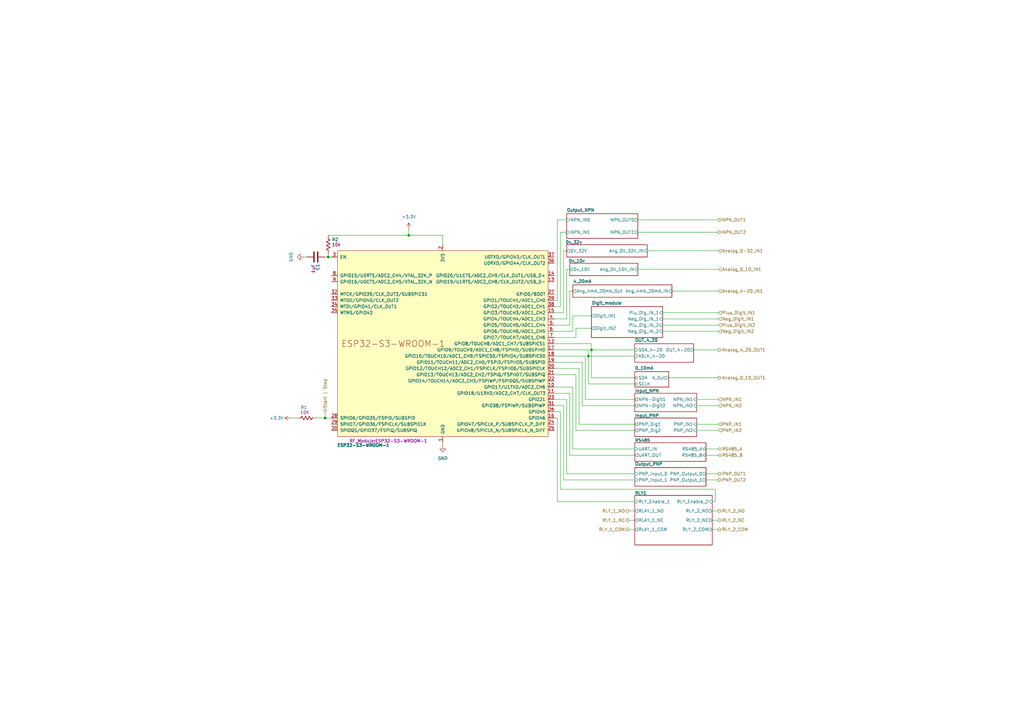
<source format=kicad_sch>
(kicad_sch
	(version 20250114)
	(generator "eeschema")
	(generator_version "9.0")
	(uuid "28214feb-c2e8-4633-baa7-46b27c08a354")
	(paper "A3")
	(lib_symbols
		(symbol "Espressif:ESP32-S3-WROOM-1"
			(pin_names
				(offset 1.016)
			)
			(exclude_from_sim no)
			(in_bom yes)
			(on_board yes)
			(property "Reference" "U"
				(at -43.18 43.18 0)
				(effects
					(font
						(size 1.27 1.27)
					)
					(justify left)
				)
			)
			(property "Value" "ESP32-S3-WROOM-1"
				(at -43.18 40.64 0)
				(effects
					(font
						(size 1.27 1.27)
					)
					(justify left)
				)
			)
			(property "Footprint" "PCM_Espressif:ESP32-S3-WROOM-1"
				(at 2.54 -48.26 0)
				(effects
					(font
						(size 1.27 1.27)
					)
					(hide yes)
				)
			)
			(property "Datasheet" "https://www.espressif.com/sites/default/files/documentation/esp32-s3-wroom-1_wroom-1u_datasheet_en.pdf"
				(at 2.54 -50.8 0)
				(effects
					(font
						(size 1.27 1.27)
					)
					(hide yes)
				)
			)
			(property "Description" "2.4 GHz WiFi (802.11 b/g/n) and Bluetooth ® 5 (LE) module Built around ESP32S3 series of SoCs, Xtensa ® dualcore 32bit LX7 microprocessor Flash up to 16 MB, PSRAM up to 8 MB 36 GPIOs, rich set of peripherals Onboard PCB antenna"
				(at 0 0 0)
				(effects
					(font
						(size 1.27 1.27)
					)
					(hide yes)
				)
			)
			(symbol "ESP32-S3-WROOM-1_0_0"
				(text "ESP32-S3-WROOM-1"
					(at -20.32 0 0)
					(effects
						(font
							(size 2.54 2.54)
						)
					)
				)
				(pin input line
					(at -45.72 35.56 0)
					(length 2.54)
					(name "EN"
						(effects
							(font
								(size 1.27 1.27)
							)
						)
					)
					(number "3"
						(effects
							(font
								(size 1.27 1.27)
							)
						)
					)
				)
				(pin bidirectional line
					(at -45.72 27.94 0)
					(length 2.54)
					(name "GPIO15/U0RTS/ADC2_CH4/XTAL_32K_P"
						(effects
							(font
								(size 1.27 1.27)
							)
						)
					)
					(number "8"
						(effects
							(font
								(size 1.27 1.27)
							)
						)
					)
				)
				(pin bidirectional line
					(at -45.72 25.4 0)
					(length 2.54)
					(name "GPIO16/U0CTS/ADC2_CH5/XTAL_32K_N"
						(effects
							(font
								(size 1.27 1.27)
							)
						)
					)
					(number "9"
						(effects
							(font
								(size 1.27 1.27)
							)
						)
					)
				)
				(pin bidirectional line
					(at -45.72 20.32 0)
					(length 2.54)
					(name "MTCK/GPIO39/CLK_OUT3/SUBSPICS1"
						(effects
							(font
								(size 1.27 1.27)
							)
						)
					)
					(number "32"
						(effects
							(font
								(size 1.27 1.27)
							)
						)
					)
				)
				(pin bidirectional line
					(at -45.72 17.78 0)
					(length 2.54)
					(name "MTDO/GPIO40/CLK_OUT2"
						(effects
							(font
								(size 1.27 1.27)
							)
						)
					)
					(number "33"
						(effects
							(font
								(size 1.27 1.27)
							)
						)
					)
				)
				(pin bidirectional line
					(at -45.72 15.24 0)
					(length 2.54)
					(name "MTDI/GPIO41/CLK_OUT1"
						(effects
							(font
								(size 1.27 1.27)
							)
						)
					)
					(number "34"
						(effects
							(font
								(size 1.27 1.27)
							)
						)
					)
				)
				(pin bidirectional line
					(at -45.72 12.7 0)
					(length 2.54)
					(name "MTMS/GPIO42"
						(effects
							(font
								(size 1.27 1.27)
							)
						)
					)
					(number "35"
						(effects
							(font
								(size 1.27 1.27)
							)
						)
					)
				)
				(pin bidirectional line
					(at -45.72 -30.48 0)
					(length 2.54)
					(name "SPIIO6/GPIO35/FSPID/SUBSPID"
						(effects
							(font
								(size 1.27 1.27)
							)
						)
					)
					(number "28"
						(effects
							(font
								(size 1.27 1.27)
							)
						)
					)
				)
				(pin bidirectional line
					(at -45.72 -33.02 0)
					(length 2.54)
					(name "SPIIO7/GPIO36/FSPICLK/SUBSPICLK"
						(effects
							(font
								(size 1.27 1.27)
							)
						)
					)
					(number "29"
						(effects
							(font
								(size 1.27 1.27)
							)
						)
					)
				)
				(pin bidirectional line
					(at -45.72 -35.56 0)
					(length 2.54)
					(name "SPIDQS/GPIO37/FSPIQ/SUBSPIQ"
						(effects
							(font
								(size 1.27 1.27)
							)
						)
					)
					(number "30"
						(effects
							(font
								(size 1.27 1.27)
							)
						)
					)
				)
				(pin power_in line
					(at 0 40.64 270)
					(length 2.54)
					(name "3V3"
						(effects
							(font
								(size 1.27 1.27)
							)
						)
					)
					(number "2"
						(effects
							(font
								(size 1.27 1.27)
							)
						)
					)
				)
				(pin power_in line
					(at 0 -40.64 90)
					(length 2.54)
					(name "GND"
						(effects
							(font
								(size 1.27 1.27)
							)
						)
					)
					(number "1"
						(effects
							(font
								(size 1.27 1.27)
							)
						)
					)
				)
				(pin passive line
					(at 0 -40.64 90)
					(length 2.54)
					(hide yes)
					(name "GND"
						(effects
							(font
								(size 1.27 1.27)
							)
						)
					)
					(number "40"
						(effects
							(font
								(size 1.27 1.27)
							)
						)
					)
				)
				(pin passive line
					(at 0 -40.64 90)
					(length 2.54)
					(hide yes)
					(name "GND"
						(effects
							(font
								(size 1.27 1.27)
							)
						)
					)
					(number "41"
						(effects
							(font
								(size 1.27 1.27)
							)
						)
					)
				)
				(pin bidirectional line
					(at 45.72 35.56 180)
					(length 2.54)
					(name "U0TXD/GPIO43/CLK_OUT1"
						(effects
							(font
								(size 1.27 1.27)
							)
						)
					)
					(number "37"
						(effects
							(font
								(size 1.27 1.27)
							)
						)
					)
				)
				(pin bidirectional line
					(at 45.72 33.02 180)
					(length 2.54)
					(name "U0RXD/GPIO44/CLK_OUT2"
						(effects
							(font
								(size 1.27 1.27)
							)
						)
					)
					(number "36"
						(effects
							(font
								(size 1.27 1.27)
							)
						)
					)
				)
				(pin bidirectional line
					(at 45.72 27.94 180)
					(length 2.54)
					(name "GPIO20/U1CTS/ADC2_CH9/CLK_OUT1/USB_D+"
						(effects
							(font
								(size 1.27 1.27)
							)
						)
					)
					(number "14"
						(effects
							(font
								(size 1.27 1.27)
							)
						)
					)
				)
				(pin bidirectional line
					(at 45.72 25.4 180)
					(length 2.54)
					(name "GPIO19/U1RTS/ADC2_CH8/CLK_OUT2/USB_D-"
						(effects
							(font
								(size 1.27 1.27)
							)
						)
					)
					(number "13"
						(effects
							(font
								(size 1.27 1.27)
							)
						)
					)
				)
				(pin bidirectional line
					(at 45.72 20.32 180)
					(length 2.54)
					(name "GPIO0/BOOT"
						(effects
							(font
								(size 1.27 1.27)
							)
						)
					)
					(number "27"
						(effects
							(font
								(size 1.27 1.27)
							)
						)
					)
				)
				(pin bidirectional line
					(at 45.72 17.78 180)
					(length 2.54)
					(name "GPIO1/TOUCH1/ADC1_CH0"
						(effects
							(font
								(size 1.27 1.27)
							)
						)
					)
					(number "39"
						(effects
							(font
								(size 1.27 1.27)
							)
						)
					)
				)
				(pin bidirectional line
					(at 45.72 15.24 180)
					(length 2.54)
					(name "GPIO2/TOUCH2/ADC1_CH1"
						(effects
							(font
								(size 1.27 1.27)
							)
						)
					)
					(number "38"
						(effects
							(font
								(size 1.27 1.27)
							)
						)
					)
				)
				(pin bidirectional line
					(at 45.72 12.7 180)
					(length 2.54)
					(name "GPIO3/TOUCH3/ADC1_CH2"
						(effects
							(font
								(size 1.27 1.27)
							)
						)
					)
					(number "15"
						(effects
							(font
								(size 1.27 1.27)
							)
						)
					)
				)
				(pin bidirectional line
					(at 45.72 10.16 180)
					(length 2.54)
					(name "GPIO4/TOUCH4/ADC1_CH3"
						(effects
							(font
								(size 1.27 1.27)
							)
						)
					)
					(number "4"
						(effects
							(font
								(size 1.27 1.27)
							)
						)
					)
				)
				(pin bidirectional line
					(at 45.72 7.62 180)
					(length 2.54)
					(name "GPIO5/TOUCH5/ADC1_CH4"
						(effects
							(font
								(size 1.27 1.27)
							)
						)
					)
					(number "5"
						(effects
							(font
								(size 1.27 1.27)
							)
						)
					)
				)
				(pin bidirectional line
					(at 45.72 5.08 180)
					(length 2.54)
					(name "GPIO6/TOUCH6/ADC1_CH5"
						(effects
							(font
								(size 1.27 1.27)
							)
						)
					)
					(number "6"
						(effects
							(font
								(size 1.27 1.27)
							)
						)
					)
				)
				(pin bidirectional line
					(at 45.72 2.54 180)
					(length 2.54)
					(name "GPIO7/TOUCH7/ADC1_CH6"
						(effects
							(font
								(size 1.27 1.27)
							)
						)
					)
					(number "7"
						(effects
							(font
								(size 1.27 1.27)
							)
						)
					)
				)
				(pin bidirectional line
					(at 45.72 0 180)
					(length 2.54)
					(name "GPIO8/TOUCH8/ADC1_CH7/SUBSPICS1"
						(effects
							(font
								(size 1.27 1.27)
							)
						)
					)
					(number "12"
						(effects
							(font
								(size 1.27 1.27)
							)
						)
					)
				)
				(pin bidirectional line
					(at 45.72 -2.54 180)
					(length 2.54)
					(name "GPIO9/TOUCH9/ADC1_CH8/FSPIHD/SUBSPIHD"
						(effects
							(font
								(size 1.27 1.27)
							)
						)
					)
					(number "17"
						(effects
							(font
								(size 1.27 1.27)
							)
						)
					)
				)
				(pin bidirectional line
					(at 45.72 -5.08 180)
					(length 2.54)
					(name "GPIO10/TOUCH10/ADC1_CH9/FSPICS0/FSPIIO4/SUBSPICS0"
						(effects
							(font
								(size 1.27 1.27)
							)
						)
					)
					(number "18"
						(effects
							(font
								(size 1.27 1.27)
							)
						)
					)
				)
				(pin bidirectional line
					(at 45.72 -7.62 180)
					(length 2.54)
					(name "GPIO11/TOUCH11/ADC2_CH0/FSPID/FSPIIO5/SUBSPID"
						(effects
							(font
								(size 1.27 1.27)
							)
						)
					)
					(number "19"
						(effects
							(font
								(size 1.27 1.27)
							)
						)
					)
				)
				(pin bidirectional line
					(at 45.72 -10.16 180)
					(length 2.54)
					(name "GPIO12/TOUCH12/ADC2_CH1/FSPICLK/FSPIIO6/SUBSPICLK"
						(effects
							(font
								(size 1.27 1.27)
							)
						)
					)
					(number "20"
						(effects
							(font
								(size 1.27 1.27)
							)
						)
					)
				)
				(pin bidirectional line
					(at 45.72 -12.7 180)
					(length 2.54)
					(name "GPIO13/TOUCH13/ADC2_CH2/FSPIQ/FSPIIO7/SUBSPIQ"
						(effects
							(font
								(size 1.27 1.27)
							)
						)
					)
					(number "21"
						(effects
							(font
								(size 1.27 1.27)
							)
						)
					)
				)
				(pin bidirectional line
					(at 45.72 -15.24 180)
					(length 2.54)
					(name "GPIO14/TOUCH14/ADC2_CH3/FSPIWP/FSPIDQS/SUBSPIWP"
						(effects
							(font
								(size 1.27 1.27)
							)
						)
					)
					(number "22"
						(effects
							(font
								(size 1.27 1.27)
							)
						)
					)
				)
				(pin bidirectional line
					(at 45.72 -17.78 180)
					(length 2.54)
					(name "GPIO17/U1TXD/ADC2_CH6"
						(effects
							(font
								(size 1.27 1.27)
							)
						)
					)
					(number "10"
						(effects
							(font
								(size 1.27 1.27)
							)
						)
					)
				)
				(pin bidirectional line
					(at 45.72 -20.32 180)
					(length 2.54)
					(name "GPIO18/U1RXD/ADC2_CH7/CLK_OUT3"
						(effects
							(font
								(size 1.27 1.27)
							)
						)
					)
					(number "11"
						(effects
							(font
								(size 1.27 1.27)
							)
						)
					)
				)
				(pin bidirectional line
					(at 45.72 -22.86 180)
					(length 2.54)
					(name "GPIO21"
						(effects
							(font
								(size 1.27 1.27)
							)
						)
					)
					(number "23"
						(effects
							(font
								(size 1.27 1.27)
							)
						)
					)
				)
				(pin bidirectional line
					(at 45.72 -25.4 180)
					(length 2.54)
					(name "GPIO38/FSPIWP/SUBSPIWP"
						(effects
							(font
								(size 1.27 1.27)
							)
						)
					)
					(number "31"
						(effects
							(font
								(size 1.27 1.27)
							)
						)
					)
				)
				(pin bidirectional line
					(at 45.72 -27.94 180)
					(length 2.54)
					(name "GPIO45"
						(effects
							(font
								(size 1.27 1.27)
							)
						)
					)
					(number "26"
						(effects
							(font
								(size 1.27 1.27)
							)
						)
					)
				)
				(pin bidirectional line
					(at 45.72 -30.48 180)
					(length 2.54)
					(name "GPIO46"
						(effects
							(font
								(size 1.27 1.27)
							)
						)
					)
					(number "16"
						(effects
							(font
								(size 1.27 1.27)
							)
						)
					)
				)
				(pin bidirectional line
					(at 45.72 -33.02 180)
					(length 2.54)
					(name "GPIO47/SPICLK_P/SUBSPICLK_P_DIFF"
						(effects
							(font
								(size 1.27 1.27)
							)
						)
					)
					(number "24"
						(effects
							(font
								(size 1.27 1.27)
							)
						)
					)
				)
				(pin bidirectional line
					(at 45.72 -35.56 180)
					(length 2.54)
					(name "GPIO48/SPICLK_N/SUBSPICLK_N_DIFF"
						(effects
							(font
								(size 1.27 1.27)
							)
						)
					)
					(number "25"
						(effects
							(font
								(size 1.27 1.27)
							)
						)
					)
				)
			)
			(symbol "ESP32-S3-WROOM-1_0_1"
				(rectangle
					(start -43.18 38.1)
					(end 43.18 -38.1)
					(stroke
						(width 0)
						(type default)
					)
					(fill
						(type background)
					)
				)
			)
			(embedded_fonts no)
		)
		(symbol "PCM_4ms_Power-symbol:+3.3V"
			(power)
			(pin_names
				(offset 0)
			)
			(exclude_from_sim no)
			(in_bom yes)
			(on_board yes)
			(property "Reference" "#PWR"
				(at 0 -3.81 0)
				(effects
					(font
						(size 1.27 1.27)
					)
					(hide yes)
				)
			)
			(property "Value" "+3.3V"
				(at 0 3.556 0)
				(effects
					(font
						(size 1.27 1.27)
					)
				)
			)
			(property "Footprint" ""
				(at 0 0 0)
				(effects
					(font
						(size 1.27 1.27)
					)
					(hide yes)
				)
			)
			(property "Datasheet" ""
				(at 0 0 0)
				(effects
					(font
						(size 1.27 1.27)
					)
					(hide yes)
				)
			)
			(property "Description" ""
				(at 0 0 0)
				(effects
					(font
						(size 1.27 1.27)
					)
					(hide yes)
				)
			)
			(symbol "+3.3V_0_1"
				(polyline
					(pts
						(xy -0.762 1.27) (xy 0 2.54)
					)
					(stroke
						(width 0)
						(type default)
					)
					(fill
						(type none)
					)
				)
				(polyline
					(pts
						(xy 0 2.54) (xy 0.762 1.27)
					)
					(stroke
						(width 0)
						(type default)
					)
					(fill
						(type none)
					)
				)
				(polyline
					(pts
						(xy 0 0) (xy 0 2.54)
					)
					(stroke
						(width 0)
						(type default)
					)
					(fill
						(type none)
					)
				)
			)
			(symbol "+3.3V_1_1"
				(pin power_in line
					(at 0 0 90)
					(length 0)
					(hide yes)
					(name "+3V3"
						(effects
							(font
								(size 1.27 1.27)
							)
						)
					)
					(number "1"
						(effects
							(font
								(size 1.27 1.27)
							)
						)
					)
				)
			)
			(embedded_fonts no)
		)
		(symbol "PCM_Capacitor_US_AKL:C_0603"
			(pin_numbers
				(hide yes)
			)
			(pin_names
				(offset 0.254)
			)
			(exclude_from_sim no)
			(in_bom yes)
			(on_board yes)
			(property "Reference" "C"
				(at 0.635 2.54 0)
				(effects
					(font
						(size 1.27 1.27)
					)
					(justify left)
				)
			)
			(property "Value" "C_0603"
				(at 0.635 -2.54 0)
				(effects
					(font
						(size 1.27 1.27)
					)
					(justify left)
				)
			)
			(property "Footprint" "PCM_Capacitor_SMD_AKL:C_0603_1608Metric"
				(at 0.9652 -3.81 0)
				(effects
					(font
						(size 1.27 1.27)
					)
					(hide yes)
				)
			)
			(property "Datasheet" "~"
				(at 0 0 0)
				(effects
					(font
						(size 1.27 1.27)
					)
					(hide yes)
				)
			)
			(property "Description" "SMD 0603 MLCC capacitor, Alternate KiCad Library"
				(at 0 0 0)
				(effects
					(font
						(size 1.27 1.27)
					)
					(hide yes)
				)
			)
			(property "ki_keywords" "cap capacitor ceramic chip mlcc smd 0603"
				(at 0 0 0)
				(effects
					(font
						(size 1.27 1.27)
					)
					(hide yes)
				)
			)
			(property "ki_fp_filters" "C_*"
				(at 0 0 0)
				(effects
					(font
						(size 1.27 1.27)
					)
					(hide yes)
				)
			)
			(symbol "C_0603_0_1"
				(polyline
					(pts
						(xy -2.032 0.762) (xy 2.032 0.762)
					)
					(stroke
						(width 0.508)
						(type default)
					)
					(fill
						(type none)
					)
				)
				(polyline
					(pts
						(xy -2.032 -0.762) (xy 2.032 -0.762)
					)
					(stroke
						(width 0.508)
						(type default)
					)
					(fill
						(type none)
					)
				)
			)
			(symbol "C_0603_0_2"
				(polyline
					(pts
						(xy -2.54 -2.54) (xy -0.381 -0.381)
					)
					(stroke
						(width 0)
						(type default)
					)
					(fill
						(type none)
					)
				)
				(polyline
					(pts
						(xy -0.508 -0.508) (xy -1.651 0.635)
					)
					(stroke
						(width 0.508)
						(type default)
					)
					(fill
						(type none)
					)
				)
				(polyline
					(pts
						(xy -0.508 -0.508) (xy 0.635 -1.651)
					)
					(stroke
						(width 0.508)
						(type default)
					)
					(fill
						(type none)
					)
				)
				(polyline
					(pts
						(xy 0.381 0.381) (xy 2.54 2.54)
					)
					(stroke
						(width 0)
						(type default)
					)
					(fill
						(type none)
					)
				)
				(polyline
					(pts
						(xy 0.508 0.508) (xy -0.635 1.651)
					)
					(stroke
						(width 0.508)
						(type default)
					)
					(fill
						(type none)
					)
				)
				(polyline
					(pts
						(xy 0.508 0.508) (xy 1.651 -0.635)
					)
					(stroke
						(width 0.508)
						(type default)
					)
					(fill
						(type none)
					)
				)
			)
			(symbol "C_0603_1_1"
				(pin passive line
					(at 0 3.81 270)
					(length 2.794)
					(name "~"
						(effects
							(font
								(size 1.27 1.27)
							)
						)
					)
					(number "1"
						(effects
							(font
								(size 1.27 1.27)
							)
						)
					)
				)
				(pin passive line
					(at 0 -3.81 90)
					(length 2.794)
					(name "~"
						(effects
							(font
								(size 1.27 1.27)
							)
						)
					)
					(number "2"
						(effects
							(font
								(size 1.27 1.27)
							)
						)
					)
				)
			)
			(symbol "C_0603_1_2"
				(pin passive line
					(at -2.54 -2.54 90)
					(length 0)
					(name "~"
						(effects
							(font
								(size 1.27 1.27)
							)
						)
					)
					(number "2"
						(effects
							(font
								(size 1.27 1.27)
							)
						)
					)
				)
				(pin passive line
					(at 2.54 2.54 270)
					(length 0)
					(name "~"
						(effects
							(font
								(size 1.27 1.27)
							)
						)
					)
					(number "1"
						(effects
							(font
								(size 1.27 1.27)
							)
						)
					)
				)
			)
			(embedded_fonts no)
		)
		(symbol "PCM_Resistor_US_AKL:R_0603"
			(pin_numbers
				(hide yes)
			)
			(pin_names
				(offset 0)
			)
			(exclude_from_sim no)
			(in_bom yes)
			(on_board yes)
			(property "Reference" "R"
				(at 2.54 1.27 0)
				(effects
					(font
						(size 1.27 1.27)
					)
					(justify left)
				)
			)
			(property "Value" "R_0603"
				(at 2.54 -1.27 0)
				(effects
					(font
						(size 1.27 1.27)
					)
					(justify left)
				)
			)
			(property "Footprint" "PCM_Resistor_SMD_AKL:R_0603_1608Metric"
				(at 0 -11.43 0)
				(effects
					(font
						(size 1.27 1.27)
					)
					(hide yes)
				)
			)
			(property "Datasheet" "~"
				(at 0 0 0)
				(effects
					(font
						(size 1.27 1.27)
					)
					(hide yes)
				)
			)
			(property "Description" "SMD 0603 Chip Resistor, US Symbol, Alternate KiCad Library"
				(at 0 0 0)
				(effects
					(font
						(size 1.27 1.27)
					)
					(hide yes)
				)
			)
			(property "ki_keywords" "R res resistor us SMD 0603"
				(at 0 0 0)
				(effects
					(font
						(size 1.27 1.27)
					)
					(hide yes)
				)
			)
			(property "ki_fp_filters" "R_*"
				(at 0 0 0)
				(effects
					(font
						(size 1.27 1.27)
					)
					(hide yes)
				)
			)
			(symbol "R_0603_0_1"
				(polyline
					(pts
						(xy 0 2.286) (xy 0 2.54)
					)
					(stroke
						(width 0.254)
						(type default)
					)
					(fill
						(type none)
					)
				)
				(polyline
					(pts
						(xy 0 2.286) (xy 0.762 1.905) (xy -0.762 1.143) (xy 0 0.762) (xy 0.762 0.381) (xy 0 0) (xy -0.762 -0.381)
						(xy 0 -0.762) (xy 0.762 -1.143) (xy 0 -1.524) (xy -0.762 -1.905) (xy 0 -2.286)
					)
					(stroke
						(width 0.254)
						(type default)
					)
					(fill
						(type none)
					)
				)
				(polyline
					(pts
						(xy 0 -2.286) (xy 0 -2.54)
					)
					(stroke
						(width 0.254)
						(type default)
					)
					(fill
						(type none)
					)
				)
			)
			(symbol "R_0603_0_2"
				(polyline
					(pts
						(xy -2.54 -2.54) (xy -1.778 -1.778)
					)
					(stroke
						(width 0)
						(type default)
					)
					(fill
						(type none)
					)
				)
				(polyline
					(pts
						(xy -1.778 -1.778) (xy -1.524 -1.524)
					)
					(stroke
						(width 0.254)
						(type default)
					)
					(fill
						(type none)
					)
				)
				(polyline
					(pts
						(xy -1.524 -1.524) (xy -1.778 -0.762) (xy -1.016 -1.016)
					)
					(stroke
						(width 0.254)
						(type default)
					)
					(fill
						(type none)
					)
				)
				(polyline
					(pts
						(xy -0.508 -0.508) (xy -0.762 0.254) (xy 0 0)
					)
					(stroke
						(width 0.254)
						(type default)
					)
					(fill
						(type none)
					)
				)
				(polyline
					(pts
						(xy -0.508 -0.508) (xy -0.254 -1.27) (xy -1.016 -1.016)
					)
					(stroke
						(width 0.254)
						(type default)
					)
					(fill
						(type none)
					)
				)
				(polyline
					(pts
						(xy 0.508 0.508) (xy 0.254 1.27) (xy 1.016 1.016)
					)
					(stroke
						(width 0.254)
						(type default)
					)
					(fill
						(type none)
					)
				)
				(polyline
					(pts
						(xy 0.508 0.508) (xy 0.762 -0.254) (xy 0 0)
					)
					(stroke
						(width 0.254)
						(type default)
					)
					(fill
						(type none)
					)
				)
				(polyline
					(pts
						(xy 1.524 1.524) (xy 1.778 0.762) (xy 1.016 1.016)
					)
					(stroke
						(width 0.254)
						(type default)
					)
					(fill
						(type none)
					)
				)
				(polyline
					(pts
						(xy 1.778 1.778) (xy 1.524 1.524)
					)
					(stroke
						(width 0.254)
						(type default)
					)
					(fill
						(type none)
					)
				)
				(polyline
					(pts
						(xy 1.778 1.778) (xy 2.54 2.54)
					)
					(stroke
						(width 0)
						(type default)
					)
					(fill
						(type none)
					)
				)
			)
			(symbol "R_0603_1_1"
				(pin passive line
					(at 0 3.81 270)
					(length 1.27)
					(name "~"
						(effects
							(font
								(size 1.27 1.27)
							)
						)
					)
					(number "1"
						(effects
							(font
								(size 1.27 1.27)
							)
						)
					)
				)
				(pin passive line
					(at 0 -3.81 90)
					(length 1.27)
					(name "~"
						(effects
							(font
								(size 1.27 1.27)
							)
						)
					)
					(number "2"
						(effects
							(font
								(size 1.27 1.27)
							)
						)
					)
				)
			)
			(symbol "R_0603_1_2"
				(pin passive line
					(at -2.54 -2.54 0)
					(length 0)
					(name ""
						(effects
							(font
								(size 1.27 1.27)
							)
						)
					)
					(number "2"
						(effects
							(font
								(size 1.27 1.27)
							)
						)
					)
				)
				(pin passive line
					(at 2.54 2.54 180)
					(length 0)
					(name ""
						(effects
							(font
								(size 1.27 1.27)
							)
						)
					)
					(number "1"
						(effects
							(font
								(size 1.27 1.27)
							)
						)
					)
				)
			)
			(embedded_fonts no)
		)
		(symbol "power:+3.3V"
			(power)
			(pin_numbers
				(hide yes)
			)
			(pin_names
				(offset 0)
				(hide yes)
			)
			(exclude_from_sim no)
			(in_bom yes)
			(on_board yes)
			(property "Reference" "#PWR"
				(at 0 -3.81 0)
				(effects
					(font
						(size 1.27 1.27)
					)
					(hide yes)
				)
			)
			(property "Value" "+3.3V"
				(at 0 3.556 0)
				(effects
					(font
						(size 1.27 1.27)
					)
				)
			)
			(property "Footprint" ""
				(at 0 0 0)
				(effects
					(font
						(size 1.27 1.27)
					)
					(hide yes)
				)
			)
			(property "Datasheet" ""
				(at 0 0 0)
				(effects
					(font
						(size 1.27 1.27)
					)
					(hide yes)
				)
			)
			(property "Description" "Power symbol creates a global label with name \"+3.3V\""
				(at 0 0 0)
				(effects
					(font
						(size 1.27 1.27)
					)
					(hide yes)
				)
			)
			(property "ki_keywords" "global power"
				(at 0 0 0)
				(effects
					(font
						(size 1.27 1.27)
					)
					(hide yes)
				)
			)
			(symbol "+3.3V_0_1"
				(polyline
					(pts
						(xy -0.762 1.27) (xy 0 2.54)
					)
					(stroke
						(width 0)
						(type default)
					)
					(fill
						(type none)
					)
				)
				(polyline
					(pts
						(xy 0 2.54) (xy 0.762 1.27)
					)
					(stroke
						(width 0)
						(type default)
					)
					(fill
						(type none)
					)
				)
				(polyline
					(pts
						(xy 0 0) (xy 0 2.54)
					)
					(stroke
						(width 0)
						(type default)
					)
					(fill
						(type none)
					)
				)
			)
			(symbol "+3.3V_1_1"
				(pin power_in line
					(at 0 0 90)
					(length 0)
					(name "~"
						(effects
							(font
								(size 1.27 1.27)
							)
						)
					)
					(number "1"
						(effects
							(font
								(size 1.27 1.27)
							)
						)
					)
				)
			)
			(embedded_fonts no)
		)
		(symbol "power:GND"
			(power)
			(pin_numbers
				(hide yes)
			)
			(pin_names
				(offset 0)
				(hide yes)
			)
			(exclude_from_sim no)
			(in_bom yes)
			(on_board yes)
			(property "Reference" "#PWR"
				(at 0 -6.35 0)
				(effects
					(font
						(size 1.27 1.27)
					)
					(hide yes)
				)
			)
			(property "Value" "GND"
				(at 0 -3.81 0)
				(effects
					(font
						(size 1.27 1.27)
					)
				)
			)
			(property "Footprint" ""
				(at 0 0 0)
				(effects
					(font
						(size 1.27 1.27)
					)
					(hide yes)
				)
			)
			(property "Datasheet" ""
				(at 0 0 0)
				(effects
					(font
						(size 1.27 1.27)
					)
					(hide yes)
				)
			)
			(property "Description" "Power symbol creates a global label with name \"GND\" , ground"
				(at 0 0 0)
				(effects
					(font
						(size 1.27 1.27)
					)
					(hide yes)
				)
			)
			(property "ki_keywords" "global power"
				(at 0 0 0)
				(effects
					(font
						(size 1.27 1.27)
					)
					(hide yes)
				)
			)
			(symbol "GND_0_1"
				(polyline
					(pts
						(xy 0 0) (xy 0 -1.27) (xy 1.27 -1.27) (xy 0 -2.54) (xy -1.27 -1.27) (xy 0 -1.27)
					)
					(stroke
						(width 0)
						(type default)
					)
					(fill
						(type none)
					)
				)
			)
			(symbol "GND_1_1"
				(pin power_in line
					(at 0 0 270)
					(length 0)
					(name "~"
						(effects
							(font
								(size 1.27 1.27)
							)
						)
					)
					(number "1"
						(effects
							(font
								(size 1.27 1.27)
							)
						)
					)
				)
			)
			(embedded_fonts no)
		)
	)
	(junction
		(at 133.35 171.45)
		(diameter 0)
		(color 0 0 0 0)
		(uuid "2f4b672b-a38a-43d0-b343-fc1a00d6cd3c")
	)
	(junction
		(at 134.62 105.41)
		(diameter 0)
		(color 0 0 0 0)
		(uuid "5f20a8be-e134-4a23-8574-86e2cc09560e")
	)
	(junction
		(at 241.3 146.05)
		(diameter 0)
		(color 0 0 0 0)
		(uuid "8ff80c40-cf01-4d43-897e-3bec00074bd1")
	)
	(junction
		(at 167.64 96.52)
		(diameter 0)
		(color 0 0 0 0)
		(uuid "9d5c1747-26c3-4724-bb4a-fd17de089b6e")
	)
	(junction
		(at 242.57 143.51)
		(diameter 0)
		(color 0 0 0 0)
		(uuid "b21f47d7-5044-4742-9cf8-fc352b3dbf1d")
	)
	(wire
		(pts
			(xy 292.1 209.55) (xy 294.64 209.55)
		)
		(stroke
			(width 0)
			(type default)
		)
		(uuid "0471d326-f1c1-4033-bc67-fea6a35477b9")
	)
	(wire
		(pts
			(xy 284.48 143.51) (xy 294.64 143.51)
		)
		(stroke
			(width 0)
			(type default)
		)
		(uuid "05efb275-df62-41ac-ae15-7f8f1853cadf")
	)
	(wire
		(pts
			(xy 134.62 104.14) (xy 134.62 105.41)
		)
		(stroke
			(width 0)
			(type default)
		)
		(uuid "08086f0c-c2c3-47e5-9a89-949600dccf9c")
	)
	(wire
		(pts
			(xy 229.87 95.25) (xy 232.41 95.25)
		)
		(stroke
			(width 0)
			(type default)
		)
		(uuid "08301c66-653a-4f88-a3f1-86fcbd2a0155")
	)
	(wire
		(pts
			(xy 229.87 200.66) (xy 229.87 168.91)
		)
		(stroke
			(width 0)
			(type default)
		)
		(uuid "08482aef-8e90-48b8-b49a-34f44ab44555")
	)
	(wire
		(pts
			(xy 241.3 143.51) (xy 241.3 146.05)
		)
		(stroke
			(width 0)
			(type default)
		)
		(uuid "0995e313-6828-4c2d-bbbe-12dc8e4e41d9")
	)
	(wire
		(pts
			(xy 133.35 171.45) (xy 135.89 171.45)
		)
		(stroke
			(width 0)
			(type default)
		)
		(uuid "0c0a5e7b-bf40-4a5a-83a3-5a7a24fb9153")
	)
	(wire
		(pts
			(xy 227.33 123.19) (xy 228.6 123.19)
		)
		(stroke
			(width 0)
			(type default)
		)
		(uuid "110d2719-46f7-482d-b310-4b35d0540d6a")
	)
	(wire
		(pts
			(xy 260.35 154.94) (xy 242.57 154.94)
		)
		(stroke
			(width 0)
			(type default)
		)
		(uuid "15dfe418-c266-4635-b65f-6e04d4eb26d4")
	)
	(wire
		(pts
			(xy 227.33 148.59) (xy 238.76 148.59)
		)
		(stroke
			(width 0)
			(type default)
		)
		(uuid "193617d4-eb16-4533-96f0-7c4131c5ed04")
	)
	(wire
		(pts
			(xy 257.81 217.17) (xy 260.35 217.17)
		)
		(stroke
			(width 0)
			(type default)
		)
		(uuid "1c893a46-cc9d-4646-9e31-016f067c0a84")
	)
	(wire
		(pts
			(xy 233.68 186.69) (xy 233.68 161.29)
		)
		(stroke
			(width 0)
			(type default)
		)
		(uuid "1ddd07c1-1a4f-4d7a-82c3-9e6fe0a59db9")
	)
	(wire
		(pts
			(xy 242.57 154.94) (xy 242.57 143.51)
		)
		(stroke
			(width 0)
			(type default)
		)
		(uuid "20c54337-af83-4ff7-b9b7-29b9dc50b172")
	)
	(wire
		(pts
			(xy 236.22 153.67) (xy 227.33 153.67)
		)
		(stroke
			(width 0)
			(type default)
		)
		(uuid "2375c55e-1e7a-4948-b1b4-cc1f48f13fcf")
	)
	(wire
		(pts
			(xy 133.35 105.41) (xy 134.62 105.41)
		)
		(stroke
			(width 0)
			(type default)
		)
		(uuid "24084a9a-9d7e-48e3-81be-0e4b8c307ac8")
	)
	(wire
		(pts
			(xy 133.35 168.91) (xy 133.35 171.45)
		)
		(stroke
			(width 0)
			(type default)
		)
		(uuid "25da704a-ceb6-4ba5-a370-c436ec5af979")
	)
	(wire
		(pts
			(xy 236.22 134.62) (xy 236.22 138.43)
		)
		(stroke
			(width 0)
			(type default)
		)
		(uuid "2660d356-0ab7-46da-bbeb-2f0d08d0dc2e")
	)
	(wire
		(pts
			(xy 181.61 182.88) (xy 181.61 181.61)
		)
		(stroke
			(width 0)
			(type default)
		)
		(uuid "27893391-5f63-465a-82c8-89014424e2ef")
	)
	(wire
		(pts
			(xy 275.59 119.38) (xy 294.64 119.38)
		)
		(stroke
			(width 0)
			(type default)
		)
		(uuid "299bba54-ae79-4bba-98fa-672c488c8a88")
	)
	(wire
		(pts
			(xy 271.78 130.81) (xy 294.64 130.81)
		)
		(stroke
			(width 0)
			(type default)
		)
		(uuid "35f6337e-d46b-426f-a1db-db644c3f794f")
	)
	(wire
		(pts
			(xy 227.33 128.27) (xy 231.14 128.27)
		)
		(stroke
			(width 0)
			(type default)
		)
		(uuid "369b4754-6ad7-49ad-b3bb-5f1352805bf9")
	)
	(wire
		(pts
			(xy 238.76 166.37) (xy 238.76 148.59)
		)
		(stroke
			(width 0)
			(type default)
		)
		(uuid "36ea7603-e6de-4278-b66d-7e5dc478a41f")
	)
	(wire
		(pts
			(xy 274.32 154.94) (xy 294.64 154.94)
		)
		(stroke
			(width 0)
			(type default)
		)
		(uuid "3b357d58-9107-47cd-b3e2-f44f449e2150")
	)
	(wire
		(pts
			(xy 231.14 166.37) (xy 227.33 166.37)
		)
		(stroke
			(width 0)
			(type default)
		)
		(uuid "3cea8a8c-d77a-4d67-874b-85ef21e30580")
	)
	(wire
		(pts
			(xy 240.03 146.05) (xy 240.03 163.83)
		)
		(stroke
			(width 0)
			(type default)
		)
		(uuid "3df40654-9a2b-4f70-941d-44bec00a9a83")
	)
	(wire
		(pts
			(xy 261.62 110.49) (xy 294.64 110.49)
		)
		(stroke
			(width 0)
			(type default)
		)
		(uuid "3e586464-df83-4a92-9a1d-bc5e46c13b20")
	)
	(wire
		(pts
			(xy 228.6 90.17) (xy 232.41 90.17)
		)
		(stroke
			(width 0)
			(type default)
		)
		(uuid "445a68a9-98c6-4948-b27d-257487b4cf95")
	)
	(wire
		(pts
			(xy 292.1 213.36) (xy 294.64 213.36)
		)
		(stroke
			(width 0)
			(type default)
		)
		(uuid "44eaffa8-1b78-4dd4-9926-39faff96a79f")
	)
	(wire
		(pts
			(xy 260.35 157.48) (xy 241.3 157.48)
		)
		(stroke
			(width 0)
			(type default)
		)
		(uuid "45018917-4d1d-427e-b0cb-639e58c63f8b")
	)
	(wire
		(pts
			(xy 229.87 125.73) (xy 229.87 95.25)
		)
		(stroke
			(width 0)
			(type default)
		)
		(uuid "4726e826-eee1-4ede-b4d4-09aa7184265e")
	)
	(wire
		(pts
			(xy 227.33 133.35) (xy 233.68 133.35)
		)
		(stroke
			(width 0)
			(type default)
		)
		(uuid "4764eb51-4886-43eb-bdd2-ebcee8af8318")
	)
	(wire
		(pts
			(xy 134.62 105.41) (xy 135.89 105.41)
		)
		(stroke
			(width 0)
			(type default)
		)
		(uuid "4bcf20a9-2efa-49c5-8874-af0513c004ef")
	)
	(wire
		(pts
			(xy 129.54 171.45) (xy 133.35 171.45)
		)
		(stroke
			(width 0)
			(type default)
		)
		(uuid "510ecb23-d463-4560-86f1-ad6560f8e4ce")
	)
	(wire
		(pts
			(xy 227.33 135.89) (xy 234.95 135.89)
		)
		(stroke
			(width 0)
			(type default)
		)
		(uuid "5241c71f-4b43-41a4-ae20-13e3e52d402c")
	)
	(wire
		(pts
			(xy 228.6 171.45) (xy 227.33 171.45)
		)
		(stroke
			(width 0)
			(type default)
		)
		(uuid "55d8807d-e76b-470a-ba3a-51a18f7d4277")
	)
	(wire
		(pts
			(xy 260.35 196.85) (xy 231.14 196.85)
		)
		(stroke
			(width 0)
			(type default)
		)
		(uuid "573b1ab6-decb-4d25-82a5-d8af5127f8bc")
	)
	(wire
		(pts
			(xy 294.64 163.83) (xy 285.75 163.83)
		)
		(stroke
			(width 0)
			(type default)
		)
		(uuid "5bb608fc-51c7-46b7-b3dd-64a14687f04f")
	)
	(wire
		(pts
			(xy 228.6 205.74) (xy 260.35 205.74)
		)
		(stroke
			(width 0)
			(type default)
		)
		(uuid "5c56cf3c-1a27-4cf6-84a0-86b150cd6cca")
	)
	(wire
		(pts
			(xy 232.41 163.83) (xy 232.41 194.31)
		)
		(stroke
			(width 0)
			(type default)
		)
		(uuid "5d00b7e4-46ff-4d0c-85cb-1df85396ac29")
	)
	(wire
		(pts
			(xy 231.14 196.85) (xy 231.14 166.37)
		)
		(stroke
			(width 0)
			(type default)
		)
		(uuid "5d885383-a50b-457d-aabc-9f889241a3b7")
	)
	(wire
		(pts
			(xy 228.6 123.19) (xy 228.6 90.17)
		)
		(stroke
			(width 0)
			(type default)
		)
		(uuid "633d6b65-4baa-414d-8d25-5889954fe7c5")
	)
	(wire
		(pts
			(xy 125.73 105.41) (xy 124.46 105.41)
		)
		(stroke
			(width 0)
			(type default)
		)
		(uuid "65a71b47-980c-4ef8-a82c-2763bb601867")
	)
	(wire
		(pts
			(xy 234.95 184.15) (xy 234.95 158.75)
		)
		(stroke
			(width 0)
			(type default)
		)
		(uuid "67542876-07f9-4e7f-a259-35c8ab2a1c94")
	)
	(wire
		(pts
			(xy 227.33 125.73) (xy 229.87 125.73)
		)
		(stroke
			(width 0)
			(type default)
		)
		(uuid "6aa883ed-63cc-4431-a490-724cefa6db84")
	)
	(wire
		(pts
			(xy 294.64 166.37) (xy 285.75 166.37)
		)
		(stroke
			(width 0)
			(type default)
		)
		(uuid "6b413acc-09b2-4eee-8312-1fcf0c0aa098")
	)
	(wire
		(pts
			(xy 257.81 209.55) (xy 260.35 209.55)
		)
		(stroke
			(width 0)
			(type default)
		)
		(uuid "6c62a8ac-a95d-487e-92e1-993059cff4f9")
	)
	(wire
		(pts
			(xy 227.33 140.97) (xy 242.57 140.97)
		)
		(stroke
			(width 0)
			(type default)
		)
		(uuid "709fc9fe-f45d-4f03-80ae-0483fc314cd1")
	)
	(wire
		(pts
			(xy 260.35 173.99) (xy 237.49 173.99)
		)
		(stroke
			(width 0)
			(type default)
		)
		(uuid "728abcb0-a7fa-4652-84ce-b535c6a69c2f")
	)
	(wire
		(pts
			(xy 232.41 194.31) (xy 260.35 194.31)
		)
		(stroke
			(width 0)
			(type default)
		)
		(uuid "735d72ee-84d5-41d2-b21d-c3f6527338bc")
	)
	(wire
		(pts
			(xy 285.75 173.99) (xy 294.64 173.99)
		)
		(stroke
			(width 0)
			(type default)
		)
		(uuid "740a803a-28c1-4a38-a650-e690f4bad8b8")
	)
	(wire
		(pts
			(xy 242.57 143.51) (xy 260.35 143.51)
		)
		(stroke
			(width 0)
			(type default)
		)
		(uuid "7b23c4a6-64e3-43a9-8bf7-5714863bf0d4")
	)
	(wire
		(pts
			(xy 227.33 130.81) (xy 232.41 130.81)
		)
		(stroke
			(width 0)
			(type default)
		)
		(uuid "7f38e068-a4a4-4d79-8a45-6b4baabe0802")
	)
	(wire
		(pts
			(xy 236.22 176.53) (xy 236.22 153.67)
		)
		(stroke
			(width 0)
			(type default)
		)
		(uuid "8166e8b7-aceb-410d-858a-cd90082882af")
	)
	(wire
		(pts
			(xy 289.56 186.69) (xy 294.64 186.69)
		)
		(stroke
			(width 0)
			(type default)
		)
		(uuid "81a51193-a6d1-440a-a4de-6dc937984898")
	)
	(wire
		(pts
			(xy 167.64 96.52) (xy 134.62 96.52)
		)
		(stroke
			(width 0)
			(type default)
		)
		(uuid "8379306c-d784-4f7c-af8d-9bb8219e46d4")
	)
	(wire
		(pts
			(xy 236.22 134.62) (xy 242.57 134.62)
		)
		(stroke
			(width 0)
			(type default)
		)
		(uuid "8476fc3e-7785-4673-be27-53ede31e6e0c")
	)
	(wire
		(pts
			(xy 293.37 205.74) (xy 292.1 205.74)
		)
		(stroke
			(width 0)
			(type default)
		)
		(uuid "84acd153-f177-4771-baa0-e2362d5b6d38")
	)
	(wire
		(pts
			(xy 227.33 161.29) (xy 233.68 161.29)
		)
		(stroke
			(width 0)
			(type default)
		)
		(uuid "84aecdab-da5a-4684-9222-101b4b874386")
	)
	(wire
		(pts
			(xy 237.49 173.99) (xy 237.49 151.13)
		)
		(stroke
			(width 0)
			(type default)
		)
		(uuid "8aa21551-a837-4c84-a0e1-03efc55a5746")
	)
	(wire
		(pts
			(xy 241.3 146.05) (xy 260.35 146.05)
		)
		(stroke
			(width 0)
			(type default)
		)
		(uuid "8b5b54bb-be3f-4b32-b6f4-c4133ef2da41")
	)
	(wire
		(pts
			(xy 181.61 96.52) (xy 167.64 96.52)
		)
		(stroke
			(width 0)
			(type default)
		)
		(uuid "8bd93aea-58c1-4eb3-90d4-a957dfe0b0fc")
	)
	(wire
		(pts
			(xy 234.95 129.54) (xy 234.95 135.89)
		)
		(stroke
			(width 0)
			(type default)
		)
		(uuid "8e1ea919-643e-4512-b380-54d02d947c1d")
	)
	(wire
		(pts
			(xy 237.49 151.13) (xy 227.33 151.13)
		)
		(stroke
			(width 0)
			(type default)
		)
		(uuid "91c59108-e27b-41ab-b984-c3576acf2f0a")
	)
	(wire
		(pts
			(xy 181.61 96.52) (xy 181.61 100.33)
		)
		(stroke
			(width 0)
			(type default)
		)
		(uuid "93f6fcbf-17a4-4813-a825-b3b16b1be3a5")
	)
	(wire
		(pts
			(xy 261.62 90.17) (xy 294.64 90.17)
		)
		(stroke
			(width 0)
			(type default)
		)
		(uuid "99aaf978-1507-4026-82f2-efa267283815")
	)
	(wire
		(pts
			(xy 257.81 213.36) (xy 260.35 213.36)
		)
		(stroke
			(width 0)
			(type default)
		)
		(uuid "9b26a422-ac59-4fb3-8be4-fd3fb39ef818")
	)
	(wire
		(pts
			(xy 227.33 158.75) (xy 234.95 158.75)
		)
		(stroke
			(width 0)
			(type default)
		)
		(uuid "a4b404f3-322f-4ff2-b901-4655dcce109d")
	)
	(wire
		(pts
			(xy 229.87 168.91) (xy 227.33 168.91)
		)
		(stroke
			(width 0)
			(type default)
		)
		(uuid "a670f709-f2df-4c7e-806b-7dd6aabe6eef")
	)
	(wire
		(pts
			(xy 241.3 157.48) (xy 241.3 146.05)
		)
		(stroke
			(width 0)
			(type default)
		)
		(uuid "a751a2fa-178d-4663-b177-e2f32f86bc6f")
	)
	(wire
		(pts
			(xy 231.14 102.87) (xy 232.41 102.87)
		)
		(stroke
			(width 0)
			(type default)
		)
		(uuid "aaaa3bf7-744e-4bdf-9848-1fc2b0953124")
	)
	(wire
		(pts
			(xy 271.78 128.27) (xy 294.64 128.27)
		)
		(stroke
			(width 0)
			(type default)
		)
		(uuid "ad85e1ac-be86-410d-a3f1-6457c1b94a6e")
	)
	(wire
		(pts
			(xy 240.03 163.83) (xy 260.35 163.83)
		)
		(stroke
			(width 0)
			(type default)
		)
		(uuid "af9998f5-96ce-4dea-af29-b21d5bbe3651")
	)
	(wire
		(pts
			(xy 271.78 133.35) (xy 294.64 133.35)
		)
		(stroke
			(width 0)
			(type default)
		)
		(uuid "b421c333-ca94-460b-83da-fcc282c880c2")
	)
	(wire
		(pts
			(xy 227.33 138.43) (xy 236.22 138.43)
		)
		(stroke
			(width 0)
			(type default)
		)
		(uuid "b4352acd-a986-4911-b576-73cbc877ed12")
	)
	(wire
		(pts
			(xy 233.68 186.69) (xy 260.35 186.69)
		)
		(stroke
			(width 0)
			(type default)
		)
		(uuid "b550f865-6b2b-4849-bd1a-75d950a5ad5a")
	)
	(wire
		(pts
			(xy 232.41 130.81) (xy 232.41 110.49)
		)
		(stroke
			(width 0)
			(type default)
		)
		(uuid "bae530f7-960b-4d6f-81ea-c763c59bbaf8")
	)
	(wire
		(pts
			(xy 232.41 110.49) (xy 233.68 110.49)
		)
		(stroke
			(width 0)
			(type default)
		)
		(uuid "bd7970fc-0181-4e29-b785-ca0640aff416")
	)
	(wire
		(pts
			(xy 242.57 140.97) (xy 242.57 143.51)
		)
		(stroke
			(width 0)
			(type default)
		)
		(uuid "bf573760-270a-460e-8059-0dbc68dfb4f0")
	)
	(wire
		(pts
			(xy 228.6 205.74) (xy 228.6 171.45)
		)
		(stroke
			(width 0)
			(type default)
		)
		(uuid "c20576aa-7419-458c-9d9c-17f9e4df7bc1")
	)
	(wire
		(pts
			(xy 294.64 102.87) (xy 265.43 102.87)
		)
		(stroke
			(width 0)
			(type default)
		)
		(uuid "c8d498c5-ef28-41c7-9724-e1557f9f6199")
	)
	(wire
		(pts
			(xy 227.33 146.05) (xy 240.03 146.05)
		)
		(stroke
			(width 0)
			(type default)
		)
		(uuid "c92ab302-3526-44c5-80cd-4b46165ddddc")
	)
	(wire
		(pts
			(xy 119.38 171.45) (xy 121.92 171.45)
		)
		(stroke
			(width 0)
			(type default)
		)
		(uuid "cc2a1fd9-71d1-4e3b-ad44-9afbba016877")
	)
	(wire
		(pts
			(xy 167.64 93.98) (xy 167.64 96.52)
		)
		(stroke
			(width 0)
			(type default)
		)
		(uuid "d01a649a-4920-4ff1-8d78-d1ca9934ba6d")
	)
	(wire
		(pts
			(xy 234.95 129.54) (xy 242.57 129.54)
		)
		(stroke
			(width 0)
			(type default)
		)
		(uuid "d120eeda-c761-4797-931e-49b77b8446cf")
	)
	(wire
		(pts
			(xy 234.95 184.15) (xy 260.35 184.15)
		)
		(stroke
			(width 0)
			(type default)
		)
		(uuid "d2ea85f0-a0ad-4a6d-a854-126979da30d8")
	)
	(wire
		(pts
			(xy 260.35 166.37) (xy 238.76 166.37)
		)
		(stroke
			(width 0)
			(type default)
		)
		(uuid "d6e51311-097f-4bed-85ec-d33f37ea5b63")
	)
	(wire
		(pts
			(xy 231.14 128.27) (xy 231.14 102.87)
		)
		(stroke
			(width 0)
			(type default)
		)
		(uuid "dcb73d8d-7f2f-42b7-a753-415f4c17af75")
	)
	(wire
		(pts
			(xy 289.56 184.15) (xy 294.64 184.15)
		)
		(stroke
			(width 0)
			(type default)
		)
		(uuid "dd15f2fa-06c0-427b-ae5b-50140d80d38a")
	)
	(wire
		(pts
			(xy 233.68 133.35) (xy 233.68 119.38)
		)
		(stroke
			(width 0)
			(type default)
		)
		(uuid "dd1b5a06-005a-4312-ac1c-4a138d121b39")
	)
	(wire
		(pts
			(xy 261.62 95.25) (xy 294.64 95.25)
		)
		(stroke
			(width 0)
			(type default)
		)
		(uuid "de06628c-9a00-4f59-9aed-ec1d1844d7f2")
	)
	(wire
		(pts
			(xy 260.35 176.53) (xy 236.22 176.53)
		)
		(stroke
			(width 0)
			(type default)
		)
		(uuid "e3142acb-7dbc-4102-8e61-679198e1f824")
	)
	(wire
		(pts
			(xy 293.37 205.74) (xy 293.37 200.66)
		)
		(stroke
			(width 0)
			(type default)
		)
		(uuid "e5451eed-cc33-4273-be31-19fe81781473")
	)
	(wire
		(pts
			(xy 289.56 194.31) (xy 294.64 194.31)
		)
		(stroke
			(width 0)
			(type default)
		)
		(uuid "e6973768-0113-4b7b-af57-71dd66bf2bce")
	)
	(wire
		(pts
			(xy 289.56 196.85) (xy 294.64 196.85)
		)
		(stroke
			(width 0)
			(type default)
		)
		(uuid "e79982dc-1974-4ef5-88cf-77f0e6e451d2")
	)
	(wire
		(pts
			(xy 271.78 135.89) (xy 294.64 135.89)
		)
		(stroke
			(width 0)
			(type default)
		)
		(uuid "ebe06a96-39c1-4c8a-a9f6-d70fb5be3713")
	)
	(wire
		(pts
			(xy 233.68 119.38) (xy 234.95 119.38)
		)
		(stroke
			(width 0)
			(type default)
		)
		(uuid "f0fc8158-bb8c-4407-9f6b-2fed3c8c7c7e")
	)
	(wire
		(pts
			(xy 227.33 143.51) (xy 241.3 143.51)
		)
		(stroke
			(width 0)
			(type default)
		)
		(uuid "f5561cda-9e9a-4be2-985f-497bc57e0ca1")
	)
	(wire
		(pts
			(xy 292.1 217.17) (xy 294.64 217.17)
		)
		(stroke
			(width 0)
			(type default)
		)
		(uuid "f5a801de-7ab9-4127-975a-7a8d00579edf")
	)
	(wire
		(pts
			(xy 285.75 176.53) (xy 294.64 176.53)
		)
		(stroke
			(width 0)
			(type default)
		)
		(uuid "f9f3495f-d4dd-42c2-9a26-10ac46d3e85e")
	)
	(wire
		(pts
			(xy 227.33 163.83) (xy 232.41 163.83)
		)
		(stroke
			(width 0)
			(type default)
		)
		(uuid "fb7fe117-7ac9-4088-b2cb-578416a4c1c0")
	)
	(wire
		(pts
			(xy 293.37 200.66) (xy 229.87 200.66)
		)
		(stroke
			(width 0)
			(type default)
		)
		(uuid "fd264ac8-0a38-48ca-abb5-d400336c168b")
	)
	(hierarchical_label "Analog_4-20_IN1"
		(shape input)
		(at 294.64 119.38 0)
		(effects
			(font
				(size 1.27 1.27)
			)
			(justify left)
		)
		(uuid "0de5907b-3e24-44c7-bad1-28bd181f8f44")
	)
	(hierarchical_label "RLY_1_NC"
		(shape output)
		(at 257.81 213.36 180)
		(effects
			(font
				(size 1.27 1.27)
			)
			(justify right)
		)
		(uuid "1b1b5421-c739-41d7-99fb-ab0b37e4bb63")
	)
	(hierarchical_label "RLY_1_NO"
		(shape output)
		(at 257.81 209.55 180)
		(effects
			(font
				(size 1.27 1.27)
			)
			(justify right)
		)
		(uuid "1c63f52f-c5e7-4be1-9d8b-df6eb83563dc")
	)
	(hierarchical_label "RLY_2_NC"
		(shape output)
		(at 294.64 213.36 0)
		(effects
			(font
				(size 1.27 1.27)
			)
			(justify left)
		)
		(uuid "20f04c82-7dc6-4f00-9785-afc17662ca5f")
	)
	(hierarchical_label "PNP_IN1"
		(shape input)
		(at 294.64 173.99 0)
		(effects
			(font
				(size 1.27 1.27)
			)
			(justify left)
		)
		(uuid "22cc3167-adbf-4171-8dc0-389f070c69e0")
	)
	(hierarchical_label "Analog_4_20_OUT1"
		(shape output)
		(at 294.64 143.51 0)
		(effects
			(font
				(size 1.27 1.27)
			)
			(justify left)
		)
		(uuid "22efc566-0fca-495f-a6d4-80f3a85cdff8")
	)
	(hierarchical_label "NPN_IN1"
		(shape input)
		(at 294.64 163.83 0)
		(effects
			(font
				(size 1.27 1.27)
			)
			(justify left)
		)
		(uuid "3f0af04a-8e5d-4558-8f8a-c1fe5416c608")
	)
	(hierarchical_label "Neg_Digit_IN1"
		(shape input)
		(at 294.64 130.81 0)
		(effects
			(font
				(size 1.27 1.27)
			)
			(justify left)
		)
		(uuid "3f30e705-ffe1-4c3a-95b3-7bb32a569a12")
	)
	(hierarchical_label "Plus_Digit_IN2"
		(shape input)
		(at 294.64 133.35 0)
		(effects
			(font
				(size 1.27 1.27)
			)
			(justify left)
		)
		(uuid "4fd7f19a-6066-4864-bc3c-578c7af08e08")
	)
	(hierarchical_label "NPN_IN2"
		(shape input)
		(at 294.64 166.37 0)
		(effects
			(font
				(size 1.27 1.27)
			)
			(justify left)
		)
		(uuid "63f3db45-e3cf-4f95-9a71-a757c9773ffd")
	)
	(hierarchical_label "Analog_0_10_OUT1"
		(shape output)
		(at 294.64 154.94 0)
		(effects
			(font
				(size 1.27 1.27)
			)
			(justify left)
		)
		(uuid "7ff411a1-a43d-4970-bd56-839625fafbe2")
	)
	(hierarchical_label "PNP_OUT1"
		(shape output)
		(at 294.64 194.31 0)
		(effects
			(font
				(size 1.27 1.27)
			)
			(justify left)
		)
		(uuid "882e89ef-cb58-4284-9259-c0fe5b6d4b87")
	)
	(hierarchical_label "PNP_IN2"
		(shape input)
		(at 294.64 176.53 0)
		(effects
			(font
				(size 1.27 1.27)
			)
			(justify left)
		)
		(uuid "8c9d4dff-d1b8-4b08-a96a-58f4e8e14711")
	)
	(hierarchical_label "Analog_0_10_IN1"
		(shape input)
		(at 294.64 110.49 0)
		(effects
			(font
				(size 1.27 1.27)
			)
			(justify left)
		)
		(uuid "a3683b4f-98da-4ee0-b2cf-4036c392293f")
	)
	(hierarchical_label "Analog_0-32_IN1"
		(shape input)
		(at 294.64 102.87 0)
		(effects
			(font
				(size 1.27 1.27)
			)
			(justify left)
		)
		(uuid "a855cd33-5ab0-43f6-8569-247f4fde3e6f")
	)
	(hierarchical_label "PNP_OUT2"
		(shape output)
		(at 294.64 196.85 0)
		(effects
			(font
				(size 1.27 1.27)
			)
			(justify left)
		)
		(uuid "b56546af-c3ca-46f2-8e04-b1afdea11d8d")
	)
	(hierarchical_label "NPN_OUT1"
		(shape output)
		(at 294.64 90.17 0)
		(effects
			(font
				(size 1.27 1.27)
			)
			(justify left)
		)
		(uuid "bf25a846-a871-48de-a86d-6cc2b5d0f88a")
	)
	(hierarchical_label "NPN_OUT2"
		(shape output)
		(at 294.64 95.25 0)
		(effects
			(font
				(size 1.27 1.27)
			)
			(justify left)
		)
		(uuid "c1069a58-5a51-44c7-9d6a-b07bafff754a")
	)
	(hierarchical_label "Neg_Digit_IN2"
		(shape input)
		(at 294.64 135.89 0)
		(effects
			(font
				(size 1.27 1.27)
			)
			(justify left)
		)
		(uuid "c134362f-a600-437a-a1af-595a3504c48f")
	)
	(hierarchical_label "RLY_2_COM"
		(shape output)
		(at 294.64 217.17 0)
		(effects
			(font
				(size 1.27 1.27)
			)
			(justify left)
		)
		(uuid "c5b84623-d2f4-4839-b340-dd345e85f246")
	)
	(hierarchical_label "RLY_2_NO"
		(shape output)
		(at 294.64 209.55 0)
		(effects
			(font
				(size 1.27 1.27)
			)
			(justify left)
		)
		(uuid "c9973713-50cd-4c40-a0c5-bdd335b96e86")
	)
	(hierarchical_label "RS485_B"
		(shape bidirectional)
		(at 294.64 186.69 0)
		(effects
			(font
				(size 1.27 1.27)
			)
			(justify left)
		)
		(uuid "da18e15f-6df6-49df-b1c7-e13b2f06c75a")
	)
	(hierarchical_label "Plus_Digit_IN1"
		(shape input)
		(at 294.64 128.27 0)
		(effects
			(font
				(size 1.27 1.27)
			)
			(justify left)
		)
		(uuid "df0168ce-0927-4c57-931f-af1198e9c737")
	)
	(hierarchical_label "Start | Stop"
		(shape bidirectional)
		(at 133.35 168.91 90)
		(effects
			(font
				(size 1.27 1.27)
			)
			(justify left)
		)
		(uuid "e6109518-0660-4f62-a985-0ddaf2221227")
	)
	(hierarchical_label "RLY_1_COM"
		(shape output)
		(at 257.81 217.17 180)
		(effects
			(font
				(size 1.27 1.27)
			)
			(justify right)
		)
		(uuid "e8437926-d6dd-4592-9482-31d9b71dcf2c")
	)
	(hierarchical_label "RS485_A"
		(shape bidirectional)
		(at 294.64 184.15 0)
		(effects
			(font
				(size 1.27 1.27)
			)
			(justify left)
		)
		(uuid "f0cb32ae-7308-4dea-bcb6-b5648a85ab85")
	)
	(symbol
		(lib_id "power:+3.3V")
		(at 167.64 93.98 0)
		(unit 1)
		(exclude_from_sim no)
		(in_bom yes)
		(on_board yes)
		(dnp no)
		(fields_autoplaced yes)
		(uuid "1d09cd3a-9e7a-4527-99e9-f1106bb1b89f")
		(property "Reference" "#PWR09"
			(at 167.64 97.79 0)
			(effects
				(font
					(size 1.27 1.27)
				)
				(hide yes)
			)
		)
		(property "Value" "+3.3V"
			(at 167.64 88.9 0)
			(effects
				(font
					(size 1.27 1.27)
				)
			)
		)
		(property "Footprint" ""
			(at 167.64 93.98 0)
			(effects
				(font
					(size 1.27 1.27)
				)
				(hide yes)
			)
		)
		(property "Datasheet" ""
			(at 167.64 93.98 0)
			(effects
				(font
					(size 1.27 1.27)
				)
				(hide yes)
			)
		)
		(property "Description" "Power symbol creates a global label with name \"+3.3V\""
			(at 167.64 93.98 0)
			(effects
				(font
					(size 1.27 1.27)
				)
				(hide yes)
			)
		)
		(pin "1"
			(uuid "ec5edceb-9d66-4066-a559-58fe6f78ba02")
		)
		(instances
			(project ""
				(path "/42622735-4343-4315-af64-a45701a752b6/711b914f-41ac-411e-bef3-8ade05c9a19b"
					(reference "#PWR09")
					(unit 1)
				)
			)
		)
	)
	(symbol
		(lib_id "power:GND")
		(at 181.61 182.88 0)
		(unit 1)
		(exclude_from_sim no)
		(in_bom yes)
		(on_board yes)
		(dnp no)
		(uuid "476428dc-6472-4333-9456-ef2459483690")
		(property "Reference" "#PWR010"
			(at 181.61 189.23 0)
			(effects
				(font
					(size 1.27 1.27)
				)
				(hide yes)
			)
		)
		(property "Value" "GND"
			(at 181.61 187.96 0)
			(effects
				(font
					(size 1.27 1.27)
				)
			)
		)
		(property "Footprint" ""
			(at 181.61 182.88 0)
			(effects
				(font
					(size 1.27 1.27)
				)
				(hide yes)
			)
		)
		(property "Datasheet" ""
			(at 181.61 182.88 0)
			(effects
				(font
					(size 1.27 1.27)
				)
				(hide yes)
			)
		)
		(property "Description" "Power symbol creates a global label with name \"GND\" , ground"
			(at 181.61 182.88 0)
			(effects
				(font
					(size 1.27 1.27)
				)
				(hide yes)
			)
		)
		(pin "1"
			(uuid "7f4e14c3-6be2-4819-ad90-9eda530bafb1")
		)
		(instances
			(project ""
				(path "/42622735-4343-4315-af64-a45701a752b6/711b914f-41ac-411e-bef3-8ade05c9a19b"
					(reference "#PWR010")
					(unit 1)
				)
			)
		)
	)
	(symbol
		(lib_id "PCM_Capacitor_US_AKL:C_0603")
		(at 129.54 105.41 270)
		(unit 1)
		(exclude_from_sim no)
		(in_bom yes)
		(on_board yes)
		(dnp no)
		(uuid "4998cc0b-a22d-461f-8d42-6ce454a1d404")
		(property "Reference" "C1"
			(at 130.302 108.204 0)
			(effects
				(font
					(size 1.27 1.27)
				)
				(justify left)
			)
		)
		(property "Value" "C_0603"
			(at 128.778 95.758 0)
			(effects
				(font
					(size 1.27 1.27)
				)
				(justify left)
				(hide yes)
			)
		)
		(property "Footprint" "Capacitor_SMD:C_0402_1005Metric"
			(at 125.73 106.3752 0)
			(effects
				(font
					(size 1.27 1.27)
				)
				(hide yes)
			)
		)
		(property "Datasheet" "~"
			(at 129.54 105.41 0)
			(effects
				(font
					(size 1.27 1.27)
				)
				(hide yes)
			)
		)
		(property "Description" "SMD 0603 MLCC capacitor, Alternate KiCad Library"
			(at 129.54 105.41 0)
			(effects
				(font
					(size 1.27 1.27)
				)
				(hide yes)
			)
		)
		(property "Part Number" ""
			(at 129.54 105.41 0)
			(effects
				(font
					(size 1.27 1.27)
				)
				(hide yes)
			)
		)
		(property "Capacidad" "1uF"
			(at 128.524 110.236 0)
			(effects
				(font
					(size 1.27 1.27)
				)
			)
		)
		(pin "1"
			(uuid "f8dd7f95-0c91-4cd9-92b1-fd996b870b23")
		)
		(pin "2"
			(uuid "2bc0bf43-3f51-44ed-a667-ff1f48925f79")
		)
		(instances
			(project ""
				(path "/42622735-4343-4315-af64-a45701a752b6/711b914f-41ac-411e-bef3-8ade05c9a19b"
					(reference "C1")
					(unit 1)
				)
			)
		)
	)
	(symbol
		(lib_id "power:GND")
		(at 124.46 105.41 270)
		(unit 1)
		(exclude_from_sim no)
		(in_bom yes)
		(on_board yes)
		(dnp no)
		(fields_autoplaced yes)
		(uuid "4e1ed946-461e-4117-8ced-5753bd9477fa")
		(property "Reference" "#PWR08"
			(at 118.11 105.41 0)
			(effects
				(font
					(size 1.27 1.27)
				)
				(hide yes)
			)
		)
		(property "Value" "GND"
			(at 119.38 105.41 0)
			(effects
				(font
					(size 1.27 1.27)
				)
			)
		)
		(property "Footprint" ""
			(at 124.46 105.41 0)
			(effects
				(font
					(size 1.27 1.27)
				)
				(hide yes)
			)
		)
		(property "Datasheet" ""
			(at 124.46 105.41 0)
			(effects
				(font
					(size 1.27 1.27)
				)
				(hide yes)
			)
		)
		(property "Description" "Power symbol creates a global label with name \"GND\" , ground"
			(at 124.46 105.41 0)
			(effects
				(font
					(size 1.27 1.27)
				)
				(hide yes)
			)
		)
		(pin "1"
			(uuid "bf4fdf92-8d5f-43ef-b31c-3cbe40bd60b3")
		)
		(instances
			(project "Nivara Controls"
				(path "/42622735-4343-4315-af64-a45701a752b6/711b914f-41ac-411e-bef3-8ade05c9a19b"
					(reference "#PWR08")
					(unit 1)
				)
			)
		)
	)
	(symbol
		(lib_id "PCM_Resistor_US_AKL:R_0603")
		(at 125.73 171.45 90)
		(unit 1)
		(exclude_from_sim no)
		(in_bom yes)
		(on_board yes)
		(dnp no)
		(uuid "8f5da3b2-00a9-4bea-81c1-ae29b685df71")
		(property "Reference" "R1"
			(at 125.984 167.132 90)
			(effects
				(font
					(size 1.27 1.27)
				)
				(justify left)
			)
		)
		(property "Value" "R_0603"
			(at 125.7299 168.91 0)
			(effects
				(font
					(size 1.27 1.27)
				)
				(justify left)
				(hide yes)
			)
		)
		(property "Footprint" "Resistor_SMD:R_0603_1608Metric"
			(at 137.16 171.45 0)
			(effects
				(font
					(size 1.27 1.27)
				)
				(hide yes)
			)
		)
		(property "Datasheet" "1K"
			(at 125.73 171.45 0)
			(effects
				(font
					(size 1.27 1.27)
				)
				(hide yes)
			)
		)
		(property "Description" "SMD 0603 Chip Resistor, US Symbol, Alternate KiCad Library"
			(at 125.73 171.45 0)
			(effects
				(font
					(size 1.27 1.27)
				)
				(hide yes)
			)
		)
		(property "Field5" "10K"
			(at 127 169.164 90)
			(effects
				(font
					(size 1.27 1.27)
				)
				(justify left)
			)
		)
		(pin "2"
			(uuid "68132655-65de-41fa-a0d9-633014e4aa2f")
		)
		(pin "1"
			(uuid "d032bea8-d170-4488-97ad-33f7e0514caf")
		)
		(instances
			(project "Nivara"
				(path "/42622735-4343-4315-af64-a45701a752b6/711b914f-41ac-411e-bef3-8ade05c9a19b"
					(reference "R1")
					(unit 1)
				)
			)
		)
	)
	(symbol
		(lib_id "PCM_Resistor_US_AKL:R_0603")
		(at 134.62 100.33 0)
		(unit 1)
		(exclude_from_sim no)
		(in_bom yes)
		(on_board yes)
		(dnp no)
		(uuid "b1e997f5-7004-45ef-a867-a14866ab7638")
		(property "Reference" "R2"
			(at 136.144 98.298 0)
			(effects
				(font
					(size 1.27 1.27)
				)
				(justify left)
			)
		)
		(property "Value" "R_0603"
			(at 136.144 98.552 0)
			(effects
				(font
					(size 1.27 1.27)
				)
				(justify left)
				(hide yes)
			)
		)
		(property "Footprint" "Resistor_SMD:R_0603_1608Metric"
			(at 134.62 111.76 0)
			(effects
				(font
					(size 1.27 1.27)
				)
				(hide yes)
			)
		)
		(property "Datasheet" "~"
			(at 134.62 100.33 0)
			(effects
				(font
					(size 1.27 1.27)
				)
				(hide yes)
			)
		)
		(property "Description" "SMD 0603 Chip Resistor, US Symbol, Alternate KiCad Library"
			(at 134.62 100.33 0)
			(effects
				(font
					(size 1.27 1.27)
				)
				(hide yes)
			)
		)
		(property "Part Number" ""
			(at 134.62 100.33 0)
			(effects
				(font
					(size 1.27 1.27)
				)
				(hide yes)
			)
		)
		(property "Capacidad" "10k"
			(at 137.922 100.33 0)
			(effects
				(font
					(size 1.27 1.27)
				)
			)
		)
		(pin "1"
			(uuid "357343a8-12c9-48a3-9136-c2ed9754fee4")
		)
		(pin "2"
			(uuid "c71f8181-a7c3-4e99-82e1-de9da2e95677")
		)
		(instances
			(project ""
				(path "/42622735-4343-4315-af64-a45701a752b6/711b914f-41ac-411e-bef3-8ade05c9a19b"
					(reference "R2")
					(unit 1)
				)
			)
		)
	)
	(symbol
		(lib_id "Espressif:ESP32-S3-WROOM-1")
		(at 181.61 140.97 0)
		(unit 1)
		(exclude_from_sim no)
		(in_bom yes)
		(on_board yes)
		(dnp no)
		(uuid "b658a63b-556b-42aa-8dd8-ddd732a03cc0")
		(property "Reference" "U1"
			(at 183.7533 97.79 0)
			(effects
				(font
					(size 1.27 1.27)
					(thickness 0.254)
					(bold yes)
				)
				(justify left)
				(hide yes)
			)
		)
		(property "Value" "ESP32-S3-WROOM-1"
			(at 138.176 182.626 0)
			(effects
				(font
					(size 1.27 1.27)
					(thickness 0.254)
					(bold yes)
				)
				(justify left)
			)
		)
		(property "Footprint" "RF_Module:ESP32-S3-WROOM-1"
			(at 159.258 180.848 0)
			(effects
				(font
					(size 1.27 1.27)
				)
			)
		)
		(property "Datasheet" "https://www.espressif.com/sites/default/files/documentation/esp32-s3-wroom-1_wroom-1u_datasheet_en.pdf"
			(at 184.15 191.77 0)
			(effects
				(font
					(size 1.27 1.27)
				)
				(hide yes)
			)
		)
		(property "Description" "2.4 GHz WiFi (802.11 b/g/n) and Bluetooth ® 5 (LE) module Built around ESP32S3 series of SoCs, Xtensa ® dualcore 32bit LX7 microprocessor Flash up to 16 MB, PSRAM up to 8 MB 36 GPIOs, rich set of peripherals Onboard PCB antenna"
			(at 181.61 140.97 0)
			(effects
				(font
					(size 1.27 1.27)
				)
				(hide yes)
			)
		)
		(property "Part Number" ""
			(at 181.61 140.97 0)
			(effects
				(font
					(size 1.27 1.27)
				)
				(hide yes)
			)
		)
		(pin "36"
			(uuid "8125591e-b0f3-43dc-915b-796ca667cc4e")
		)
		(pin "14"
			(uuid "5abe9664-fbd0-4226-a36c-afe0d0fc7793")
		)
		(pin "27"
			(uuid "fd133730-6def-49ec-a5f6-95466239d1e9")
		)
		(pin "35"
			(uuid "405ac9c0-acd8-42bd-b9f2-1009e98943a0")
		)
		(pin "41"
			(uuid "62c13519-a055-4b70-bc31-3e081f023814")
		)
		(pin "34"
			(uuid "2ea0ab12-5c85-49bd-86e8-8fbe86379b1c")
		)
		(pin "28"
			(uuid "25baeed4-4212-4a4c-87e5-46fd8be10850")
		)
		(pin "40"
			(uuid "7d264ce3-8afe-423f-bb57-b2d42a4f588a")
		)
		(pin "9"
			(uuid "e43f023e-8434-4678-989d-5254f4c03cee")
		)
		(pin "32"
			(uuid "eb2a415b-78ae-4b72-987b-02b4871f3b3a")
		)
		(pin "33"
			(uuid "e6114dae-6506-47d3-bc0d-41b6c064ae14")
		)
		(pin "8"
			(uuid "f616203c-0932-4fb4-bb77-c005c6fcdb2b")
		)
		(pin "29"
			(uuid "6f8a07de-31fa-4f75-9526-025d544d7d3a")
		)
		(pin "30"
			(uuid "c4e62f0f-88d4-4672-99a0-641c117d0bb3")
		)
		(pin "1"
			(uuid "fc5a14be-2ed4-48e0-8b27-12e8b45638a0")
		)
		(pin "37"
			(uuid "eeec5b5a-a409-4f65-a3a0-78e94c6687c3")
		)
		(pin "3"
			(uuid "7bbe1d8e-0566-4262-b44b-f10efa1092d0")
		)
		(pin "2"
			(uuid "94fd28d2-8cfc-4237-b0e0-c0a4678984b3")
		)
		(pin "13"
			(uuid "5ada39cd-2a5c-48f0-b797-a21f6c413716")
		)
		(pin "12"
			(uuid "473e538d-94d4-4ecd-91f0-de83b538c71b")
		)
		(pin "20"
			(uuid "84283318-8e5b-4b84-b30e-e250f7a20b45")
		)
		(pin "21"
			(uuid "6df41b89-8687-4702-8bc0-095c07d724ac")
		)
		(pin "11"
			(uuid "4a493874-0ea5-4b53-93fa-f25922fb2990")
		)
		(pin "39"
			(uuid "a3f8d700-01d1-4db8-bf78-ff8c047e118a")
		)
		(pin "23"
			(uuid "154beb38-5b15-4c88-ba53-f4660b80a4ce")
		)
		(pin "31"
			(uuid "9e256dd5-7324-4388-9df2-b168c0d1fac4")
		)
		(pin "4"
			(uuid "aa0f8ff2-208d-42a9-ab5d-90112249739f")
		)
		(pin "25"
			(uuid "fab8c95c-7fc3-4149-b851-286da3325ef6")
		)
		(pin "15"
			(uuid "fd179902-d85e-4a10-99e1-0febc9e1b4cf")
		)
		(pin "17"
			(uuid "3e504c0d-d7f6-4fa7-91b5-f09fef8dd665")
		)
		(pin "5"
			(uuid "193c8cd6-e214-4ecb-8d30-2f17c8a920cc")
		)
		(pin "6"
			(uuid "79b86391-b5ef-4c1d-8d35-11bc5bf1508b")
		)
		(pin "22"
			(uuid "6bb45a69-c3d7-4495-8107-526c93b2e5b2")
		)
		(pin "10"
			(uuid "7c4f9a87-a848-43bd-91d6-771b6f365512")
		)
		(pin "16"
			(uuid "a6f13848-5e18-4f9b-a68e-a85afc69a3f5")
		)
		(pin "26"
			(uuid "ecb77ecf-a76e-4df2-841d-7eb5622acbfd")
		)
		(pin "38"
			(uuid "99b9e9e9-d8bd-4482-9530-4ca1c8c79020")
		)
		(pin "7"
			(uuid "50758a8d-4da6-43c8-b8a9-141548280267")
		)
		(pin "19"
			(uuid "25886c69-73bb-4df9-894e-461b75d9348e")
		)
		(pin "24"
			(uuid "16ee91dd-8270-4c24-ba79-6faa13f44c06")
		)
		(pin "18"
			(uuid "a24814ef-f5fe-4f2b-b416-336ce676a82e")
		)
		(instances
			(project ""
				(path "/42622735-4343-4315-af64-a45701a752b6/711b914f-41ac-411e-bef3-8ade05c9a19b"
					(reference "U1")
					(unit 1)
				)
			)
		)
	)
	(symbol
		(lib_id "PCM_4ms_Power-symbol:+3.3V")
		(at 119.38 171.45 90)
		(unit 1)
		(exclude_from_sim no)
		(in_bom yes)
		(on_board yes)
		(dnp no)
		(uuid "c85d6af6-17cb-4ad8-826e-e4bc25300e90")
		(property "Reference" "#PWR07"
			(at 123.19 171.45 0)
			(effects
				(font
					(size 1.27 1.27)
				)
				(hide yes)
			)
		)
		(property "Value" "+3.3V"
			(at 110.49 171.45 90)
			(effects
				(font
					(size 1.27 1.27)
				)
				(justify right)
			)
		)
		(property "Footprint" ""
			(at 119.38 171.45 0)
			(effects
				(font
					(size 1.27 1.27)
				)
				(hide yes)
			)
		)
		(property "Datasheet" ""
			(at 119.38 171.45 0)
			(effects
				(font
					(size 1.27 1.27)
				)
				(hide yes)
			)
		)
		(property "Description" ""
			(at 119.38 171.45 0)
			(effects
				(font
					(size 1.27 1.27)
				)
				(hide yes)
			)
		)
		(pin "1"
			(uuid "e184929d-2676-43e2-ba3d-b7f997b98239")
		)
		(instances
			(project "Nivara"
				(path "/42622735-4343-4315-af64-a45701a752b6/711b914f-41ac-411e-bef3-8ade05c9a19b"
					(reference "#PWR07")
					(unit 1)
				)
			)
		)
	)
	(sheet
		(at 260.35 203.2)
		(size 31.75 20.32)
		(exclude_from_sim no)
		(in_bom yes)
		(on_board yes)
		(dnp no)
		(stroke
			(width 0.1524)
			(type solid)
		)
		(fill
			(color 0 0 0 0.0000)
		)
		(uuid "046ce629-3f56-4f48-b2c7-d6e93ff2fbb5")
		(property "Sheetname" "RLY1"
			(at 260.35 202.946 0)
			(effects
				(font
					(size 1.27 1.27)
					(thickness 0.254)
					(bold yes)
				)
				(justify left bottom)
			)
		)
		(property "Sheetfile" "RLY_MODULE_1.kicad_sch"
			(at 260.35 221.5646 0)
			(effects
				(font
					(size 1.27 1.27)
				)
				(justify left top)
				(hide yes)
			)
		)
		(pin "RLY_Enable_1" input
			(at 260.35 205.74 180)
			(uuid "0e8e3afb-0e04-4deb-be16-8fbf182219cc")
			(effects
				(font
					(size 1.27 1.27)
				)
				(justify left)
			)
		)
		(pin "RLY_Enable_2" input
			(at 292.1 205.74 0)
			(uuid "e0c96664-12c5-4ab2-87ce-52563919ed43")
			(effects
				(font
					(size 1.27 1.27)
				)
				(justify right)
			)
		)
		(pin "RLAY_1_COM" output
			(at 260.35 217.17 180)
			(uuid "45a7af5d-7421-46c2-a9aa-a90fa29294a4")
			(effects
				(font
					(size 1.27 1.27)
				)
				(justify left)
			)
		)
		(pin "RLAY_1_NC" output
			(at 260.35 213.36 180)
			(uuid "5948f8af-7b02-4983-b305-5dff390f8000")
			(effects
				(font
					(size 1.27 1.27)
				)
				(justify left)
			)
		)
		(pin "RLAY_1_NO" output
			(at 260.35 209.55 180)
			(uuid "d8f77bf8-b37a-44bd-8ea1-27347f45d159")
			(effects
				(font
					(size 1.27 1.27)
				)
				(justify left)
			)
		)
		(pin "RLY_2_COM" output
			(at 292.1 217.17 0)
			(uuid "c161c5d0-8b12-48ce-a10f-4e39a6f7b123")
			(effects
				(font
					(size 1.27 1.27)
				)
				(justify right)
			)
		)
		(pin "RLY_2_NC" output
			(at 292.1 213.36 0)
			(uuid "e0c40a48-51a2-4d86-a0e9-05e10d184099")
			(effects
				(font
					(size 1.27 1.27)
				)
				(justify right)
			)
		)
		(pin "RLY_2_NO" output
			(at 292.1 209.55 0)
			(uuid "c79a54b9-766c-4d61-b054-c74d008a87a5")
			(effects
				(font
					(size 1.27 1.27)
				)
				(justify right)
			)
		)
		(instances
			(project "Nivara"
				(path "/42622735-4343-4315-af64-a45701a752b6/711b914f-41ac-411e-bef3-8ade05c9a19b"
					(page "9")
				)
			)
		)
	)
	(sheet
		(at 233.68 107.95)
		(size 27.94 5.08)
		(exclude_from_sim no)
		(in_bom yes)
		(on_board yes)
		(dnp no)
		(stroke
			(width 0.1524)
			(type solid)
		)
		(fill
			(color 0 0 0 0.0000)
		)
		(uuid "052994b8-ae64-4dbc-9745-12b0d0d230e0")
		(property "Sheetname" "0v_10v"
			(at 233.172 107.696 0)
			(effects
				(font
					(size 1.27 1.27)
					(thickness 0.254)
					(bold yes)
				)
				(justify left bottom)
			)
		)
		(property "Sheetfile" "0v__10v_Module.kicad_sch"
			(at 233.68 116.1546 0)
			(effects
				(font
					(size 1.27 1.27)
				)
				(justify left top)
				(hide yes)
			)
		)
		(pin "Ang_0V_10V_IN" input
			(at 261.62 110.49 0)
			(uuid "a4dad0e8-d58c-4ff9-9a86-1ddf56b8138a")
			(effects
				(font
					(size 1.27 1.27)
				)
				(justify right)
			)
		)
		(pin "0v_10V" output
			(at 233.68 110.49 180)
			(uuid "e30567af-4076-48a8-8117-5b3126517df4")
			(effects
				(font
					(size 1.27 1.27)
				)
				(justify left)
			)
		)
		(instances
			(project "Nivara"
				(path "/42622735-4343-4315-af64-a45701a752b6/711b914f-41ac-411e-bef3-8ade05c9a19b"
					(page "10")
				)
			)
		)
	)
	(sheet
		(at 260.35 181.61)
		(size 29.21 7.62)
		(exclude_from_sim no)
		(in_bom yes)
		(on_board yes)
		(dnp no)
		(stroke
			(width 0.1524)
			(type solid)
		)
		(fill
			(color 0 0 0 0.0000)
		)
		(uuid "0e992bd9-df1d-46c0-8773-93ffa0ff8af8")
		(property "Sheetname" "RS485"
			(at 260.35 181.356 0)
			(effects
				(font
					(size 1.27 1.27)
					(thickness 0.254)
					(bold yes)
				)
				(justify left bottom)
			)
		)
		(property "Sheetfile" "Driver_RS485.kicad_sch"
			(at 260.35 193.6246 0)
			(effects
				(font
					(size 1.27 1.27)
				)
				(justify left top)
				(hide yes)
			)
		)
		(pin "RS485_A" bidirectional
			(at 289.56 184.15 0)
			(uuid "f52c6232-1e50-442f-84fa-775adaa89720")
			(effects
				(font
					(size 1.27 1.27)
				)
				(justify right)
			)
		)
		(pin "RS485_B" bidirectional
			(at 289.56 186.69 0)
			(uuid "e241a13d-2236-4f35-a023-32b5f5e98a66")
			(effects
				(font
					(size 1.27 1.27)
				)
				(justify right)
			)
		)
		(pin "UART_IN" input
			(at 260.35 184.15 180)
			(uuid "e35efeb3-003b-4eba-9bfb-44031816a63e")
			(effects
				(font
					(size 1.27 1.27)
				)
				(justify left)
			)
		)
		(pin "UART_OUT" output
			(at 260.35 186.69 180)
			(uuid "1412e5f8-cac7-41c3-aa61-a9a54d508188")
			(effects
				(font
					(size 1.27 1.27)
				)
				(justify left)
			)
		)
		(instances
			(project "Nivara"
				(path "/42622735-4343-4315-af64-a45701a752b6/711b914f-41ac-411e-bef3-8ade05c9a19b"
					(page "4")
				)
			)
		)
	)
	(sheet
		(at 260.35 161.29)
		(size 25.4 7.62)
		(exclude_from_sim no)
		(in_bom yes)
		(on_board yes)
		(dnp no)
		(stroke
			(width 0.1524)
			(type solid)
		)
		(fill
			(color 0 0 0 0.0000)
		)
		(uuid "1d56f2ae-86b2-4303-b6cf-39a6bc4c3d5f")
		(property "Sheetname" "Input_NPN"
			(at 260.35 161.036 0)
			(effects
				(font
					(size 1.27 1.27)
					(thickness 0.254)
					(bold yes)
				)
				(justify left bottom)
			)
		)
		(property "Sheetfile" "Input_NPN.kicad_sch"
			(at 260.35 177.1146 0)
			(effects
				(font
					(size 1.27 1.27)
				)
				(justify left top)
				(hide yes)
			)
		)
		(pin "NPN-Digit1" output
			(at 260.35 163.83 180)
			(uuid "683e552b-ea23-4c3a-b288-420aa26a1648")
			(effects
				(font
					(size 1.27 1.27)
				)
				(justify left)
			)
		)
		(pin "NPN-Digit2" output
			(at 260.35 166.37 180)
			(uuid "220dfa7f-f192-4d89-bf03-2814c796f390")
			(effects
				(font
					(size 1.27 1.27)
				)
				(justify left)
			)
		)
		(pin "NPN_IN1" input
			(at 285.75 163.83 0)
			(uuid "144690cd-23c2-47a2-a6a5-82dedfe3eec3")
			(effects
				(font
					(size 1.27 1.27)
				)
				(justify right)
			)
		)
		(pin "NPN_IN2" input
			(at 285.75 166.37 0)
			(uuid "f9b2b49f-838e-4bb0-a466-1dbdc30ff6be")
			(effects
				(font
					(size 1.27 1.27)
				)
				(justify right)
			)
		)
		(instances
			(project "Nivara"
				(path "/42622735-4343-4315-af64-a45701a752b6/711b914f-41ac-411e-bef3-8ade05c9a19b"
					(page "5")
				)
			)
		)
	)
	(sheet
		(at 234.95 116.84)
		(size 40.64 5.08)
		(exclude_from_sim no)
		(in_bom yes)
		(on_board yes)
		(dnp no)
		(fields_autoplaced yes)
		(stroke
			(width 0.1524)
			(type solid)
		)
		(fill
			(color 0 0 0 0.0000)
		)
		(uuid "443be838-dc57-4801-ae0f-9729ee2511c1")
		(property "Sheetname" "4_20mA"
			(at 234.95 116.1284 0)
			(effects
				(font
					(size 1.27 1.27)
					(thickness 0.254)
					(bold yes)
				)
				(justify left bottom)
			)
		)
		(property "Sheetfile" "4mA__20mA_module.kicad_sch"
			(at 234.95 122.5046 0)
			(effects
				(font
					(size 1.27 1.27)
				)
				(justify left top)
				(hide yes)
			)
		)
		(pin "Ang_4mA_20mA_Out" output
			(at 234.95 119.38 180)
			(uuid "6efe7765-4739-4003-b7ab-65f8f40777d4")
			(effects
				(font
					(size 1.27 1.27)
				)
				(justify left)
			)
		)
		(pin "Ang_4mA_20mA_IN" input
			(at 275.59 119.38 0)
			(uuid "e070b2b7-7821-43b8-891d-b39c1c221807")
			(effects
				(font
					(size 1.27 1.27)
				)
				(justify right)
			)
		)
		(instances
			(project "Nivara"
				(path "/42622735-4343-4315-af64-a45701a752b6/711b914f-41ac-411e-bef3-8ade05c9a19b"
					(page "12")
				)
			)
		)
	)
	(sheet
		(at 232.41 87.63)
		(size 29.21 10.16)
		(exclude_from_sim no)
		(in_bom yes)
		(on_board yes)
		(dnp no)
		(fields_autoplaced yes)
		(stroke
			(width 0.1524)
			(type solid)
		)
		(fill
			(color 0 0 0 0.0000)
		)
		(uuid "521bc3d4-5798-4752-87bd-4f3d242ddc84")
		(property "Sheetname" "Output_NPN"
			(at 232.41 86.9184 0)
			(effects
				(font
					(size 1.27 1.27)
					(thickness 0.254)
					(bold yes)
				)
				(justify left bottom)
			)
		)
		(property "Sheetfile" "Output_NPN.kicad_sch"
			(at 232.41 98.3746 0)
			(effects
				(font
					(size 1.27 1.27)
				)
				(justify left top)
				(hide yes)
			)
		)
		(pin "NPN_IN0" input
			(at 232.41 90.17 180)
			(uuid "cba0fe37-9295-41e7-9d2e-bbc3b62fd255")
			(effects
				(font
					(size 1.27 1.27)
				)
				(justify left)
			)
		)
		(pin "NPN_IN1" input
			(at 232.41 95.25 180)
			(uuid "7570a302-4b2f-402e-bc91-cb96947bd172")
			(effects
				(font
					(size 1.27 1.27)
				)
				(justify left)
			)
		)
		(pin "NPN_OUT0" output
			(at 261.62 90.17 0)
			(uuid "332589d7-aefd-40ef-95ae-b60a2fbd0ec2")
			(effects
				(font
					(size 1.27 1.27)
				)
				(justify right)
			)
		)
		(pin "NPN_OUT1" output
			(at 261.62 95.25 0)
			(uuid "5eb57d3a-7771-4270-abad-94c14414320f")
			(effects
				(font
					(size 1.27 1.27)
				)
				(justify right)
			)
		)
		(instances
			(project "Nivara"
				(path "/42622735-4343-4315-af64-a45701a752b6/711b914f-41ac-411e-bef3-8ade05c9a19b"
					(page "7")
				)
			)
		)
	)
	(sheet
		(at 260.35 191.77)
		(size 29.21 7.62)
		(exclude_from_sim no)
		(in_bom yes)
		(on_board yes)
		(dnp no)
		(fields_autoplaced yes)
		(stroke
			(width 0.1524)
			(type solid)
		)
		(fill
			(color 0 0 0 0.0000)
		)
		(uuid "8cb3855c-1036-4639-b2fc-e41c31887560")
		(property "Sheetname" "Output_PNP"
			(at 260.35 191.0584 0)
			(effects
				(font
					(size 1.27 1.27)
					(thickness 0.254)
					(bold yes)
				)
				(justify left bottom)
			)
		)
		(property "Sheetfile" "Output_PNP.kicad_sch"
			(at 260.35 199.9746 0)
			(effects
				(font
					(size 1.27 1.27)
				)
				(justify left top)
				(hide yes)
			)
		)
		(pin "PNP_input_0" input
			(at 260.35 194.31 180)
			(uuid "198ada93-e350-42fb-aecf-9b4e8965bedf")
			(effects
				(font
					(size 1.27 1.27)
				)
				(justify left)
			)
		)
		(pin "PNP_input_1" input
			(at 260.35 196.85 180)
			(uuid "ea1ae96a-ed5e-436f-b9f7-e2a988080f7d")
			(effects
				(font
					(size 1.27 1.27)
				)
				(justify left)
			)
		)
		(pin "PNP_Output_0" output
			(at 289.56 194.31 0)
			(uuid "20a2d9db-4b3f-4641-9e97-c0f60077013c")
			(effects
				(font
					(size 1.27 1.27)
				)
				(justify right)
			)
		)
		(pin "PNP_Output_1" output
			(at 289.56 196.85 0)
			(uuid "fc2f2057-ec80-478d-ae89-b1a16cd01bed")
			(effects
				(font
					(size 1.27 1.27)
				)
				(justify right)
			)
		)
		(instances
			(project "Nivara"
				(path "/42622735-4343-4315-af64-a45701a752b6/711b914f-41ac-411e-bef3-8ade05c9a19b"
					(page "8")
				)
			)
		)
	)
	(sheet
		(at 232.41 100.33)
		(size 33.02 5.08)
		(exclude_from_sim no)
		(in_bom yes)
		(on_board yes)
		(dnp no)
		(stroke
			(width 0.1524)
			(type solid)
		)
		(fill
			(color 0 0 0 0.0000)
		)
		(uuid "8e752283-c44a-4790-8997-93360c617970")
		(property "Sheetname" "0v_32v"
			(at 231.902 100.076 0)
			(effects
				(font
					(size 1.27 1.27)
					(thickness 0.254)
					(bold yes)
				)
				(justify left bottom)
			)
		)
		(property "Sheetfile" "0v__32v__module.kicad_sch"
			(at 232.41 107.2646 0)
			(effects
				(font
					(size 1.27 1.27)
				)
				(justify left top)
				(hide yes)
			)
		)
		(pin "Ang_0V_32V_IN" input
			(at 265.43 102.87 0)
			(uuid "d8a629a8-351b-41b7-835a-ba761a4c0214")
			(effects
				(font
					(size 1.27 1.27)
				)
				(justify right)
			)
		)
		(pin "0V_32V" output
			(at 232.41 102.87 180)
			(uuid "9997f342-2c18-4340-bd37-44522c9ba433")
			(effects
				(font
					(size 1.27 1.27)
				)
				(justify left)
			)
		)
		(instances
			(project "Nivara"
				(path "/42622735-4343-4315-af64-a45701a752b6/711b914f-41ac-411e-bef3-8ade05c9a19b"
					(page "11")
				)
			)
		)
	)
	(sheet
		(at 242.57 125.73)
		(size 29.21 12.7)
		(exclude_from_sim no)
		(in_bom yes)
		(on_board yes)
		(dnp no)
		(fields_autoplaced yes)
		(stroke
			(width 0.1524)
			(type solid)
		)
		(fill
			(color 0 0 0 0.0000)
		)
		(uuid "bfce3cdf-a5ca-4ef1-b398-775060fdfec5")
		(property "Sheetname" "Digit_module"
			(at 242.57 125.0184 0)
			(effects
				(font
					(size 1.27 1.27)
					(thickness 0.254)
					(bold yes)
				)
				(justify left bottom)
			)
		)
		(property "Sheetfile" "Digit_module.kicad_sch"
			(at 242.57 139.0146 0)
			(effects
				(font
					(size 1.27 1.27)
				)
				(justify left top)
				(hide yes)
			)
		)
		(pin "Digit_IN1" output
			(at 242.57 129.54 180)
			(uuid "e36ceede-018a-4126-a7ba-ca4a21bd5590")
			(effects
				(font
					(size 1.27 1.27)
				)
				(justify left)
			)
		)
		(pin "Digit_IN2" output
			(at 242.57 134.62 180)
			(uuid "61ce5892-f3b6-4e70-8109-6b3e0bba9f3d")
			(effects
				(font
					(size 1.27 1.27)
				)
				(justify left)
			)
		)
		(pin "Plu_Dig_IN_1" input
			(at 271.78 128.27 0)
			(uuid "19cda519-1307-4e45-8210-5e531cabd1e2")
			(effects
				(font
					(size 1.27 1.27)
				)
				(justify right)
			)
		)
		(pin "Neg_Dig_IN_1" input
			(at 271.78 130.81 0)
			(uuid "9d21b686-e267-4c7d-9bbc-490dd183493f")
			(effects
				(font
					(size 1.27 1.27)
				)
				(justify right)
			)
		)
		(pin "Plu_Dig_IN_2" input
			(at 271.78 133.35 0)
			(uuid "fa56c21e-277c-4f56-a7b8-1a0654446f0e")
			(effects
				(font
					(size 1.27 1.27)
				)
				(justify right)
			)
		)
		(pin "Neg_Dig_IN_2" input
			(at 271.78 135.89 0)
			(uuid "0ab02d98-3b50-4a6c-bf0b-7486bfab5751")
			(effects
				(font
					(size 1.27 1.27)
				)
				(justify right)
			)
		)
		(instances
			(project "Nivara"
				(path "/42622735-4343-4315-af64-a45701a752b6/711b914f-41ac-411e-bef3-8ade05c9a19b"
					(page "13")
				)
			)
		)
	)
	(sheet
		(at 260.35 140.97)
		(size 24.13 7.62)
		(exclude_from_sim no)
		(in_bom yes)
		(on_board yes)
		(dnp no)
		(fields_autoplaced yes)
		(stroke
			(width 0.1524)
			(type solid)
		)
		(fill
			(color 0 0 0 0.0000)
		)
		(uuid "cbcf208c-e443-4aaa-a191-d1f768e4cf7c")
		(property "Sheetname" "OUT_4_20"
			(at 260.35 140.2584 0)
			(effects
				(font
					(size 1.27 1.27)
					(thickness 0.254)
					(bold yes)
				)
				(justify left bottom)
			)
		)
		(property "Sheetfile" "OUT__4__20.kicad_sch"
			(at 260.35 149.1746 0)
			(effects
				(font
					(size 1.27 1.27)
				)
				(justify left top)
				(hide yes)
			)
		)
		(pin "ASLK_4-20" input
			(at 260.35 146.05 180)
			(uuid "d85d7ac5-38a9-41c3-8cd2-5ded9e348786")
			(effects
				(font
					(size 1.27 1.27)
				)
				(justify left)
			)
		)
		(pin "OUT_4-20" output
			(at 284.48 143.51 0)
			(uuid "c8884263-3eaa-4bdf-ac64-08933a1fd1c9")
			(effects
				(font
					(size 1.27 1.27)
				)
				(justify right)
			)
		)
		(pin "SDA_4-20" input
			(at 260.35 143.51 180)
			(uuid "284cdb30-1cc4-41ef-a9e3-14387cb873af")
			(effects
				(font
					(size 1.27 1.27)
				)
				(justify left)
			)
		)
		(instances
			(project "Nivara"
				(path "/42622735-4343-4315-af64-a45701a752b6/711b914f-41ac-411e-bef3-8ade05c9a19b"
					(page "15")
				)
			)
		)
	)
	(sheet
		(at 260.35 171.45)
		(size 25.4 7.62)
		(exclude_from_sim no)
		(in_bom yes)
		(on_board yes)
		(dnp no)
		(stroke
			(width 0.1524)
			(type solid)
		)
		(fill
			(color 0 0 0 0.0000)
		)
		(uuid "d6d4f6f7-bfd3-43e1-a94b-2993a59c2239")
		(property "Sheetname" "Input_PNP"
			(at 260.35 171.196 0)
			(effects
				(font
					(size 1.27 1.27)
					(thickness 0.254)
					(bold yes)
				)
				(justify left bottom)
			)
		)
		(property "Sheetfile" "Input_PNP.kicad_sch"
			(at 260.35 183.4646 0)
			(effects
				(font
					(size 1.27 1.27)
				)
				(justify left top)
				(hide yes)
			)
		)
		(pin "PNP_Dig1" output
			(at 260.35 173.99 180)
			(uuid "dfd1f779-6956-4ba9-83a4-9b3e05813612")
			(effects
				(font
					(size 1.27 1.27)
				)
				(justify left)
			)
		)
		(pin "PNP_Dig2" output
			(at 260.35 176.53 180)
			(uuid "e3cdb66d-c6ec-4e03-82cd-086f234b83ee")
			(effects
				(font
					(size 1.27 1.27)
				)
				(justify left)
			)
		)
		(pin "PNP_IN1" input
			(at 285.75 173.99 0)
			(uuid "c8e30aa1-8c3a-4721-ab15-51b0ff584246")
			(effects
				(font
					(size 1.27 1.27)
				)
				(justify right)
			)
		)
		(pin "PNP_IN2" input
			(at 285.75 176.53 0)
			(uuid "e18f12a7-dc68-4388-b103-53fa69960273")
			(effects
				(font
					(size 1.27 1.27)
				)
				(justify right)
			)
		)
		(instances
			(project "Nivara"
				(path "/42622735-4343-4315-af64-a45701a752b6/711b914f-41ac-411e-bef3-8ade05c9a19b"
					(page "6")
				)
			)
		)
	)
	(sheet
		(at 260.35 152.4)
		(size 13.97 6.35)
		(exclude_from_sim no)
		(in_bom yes)
		(on_board yes)
		(dnp no)
		(fields_autoplaced yes)
		(stroke
			(width 0.1524)
			(type solid)
		)
		(fill
			(color 0 0 0 0.0000)
		)
		(uuid "dc01e10b-d249-42c3-b8d8-c88003a59ea8")
		(property "Sheetname" "0_10mA"
			(at 260.35 151.6884 0)
			(effects
				(font
					(size 1.27 1.27)
					(thickness 0.254)
					(bold yes)
				)
				(justify left bottom)
			)
		)
		(property "Sheetfile" "0mA__10mA_module.kicad_sch"
			(at 260.35 159.3346 0)
			(effects
				(font
					(size 1.27 1.27)
				)
				(justify left top)
				(hide yes)
			)
		)
		(pin "SCLK" bidirectional
			(at 260.35 157.48 180)
			(uuid "5ca57ed0-530d-4bf3-9958-c2e56897747d")
			(effects
				(font
					(size 1.27 1.27)
				)
				(justify left)
			)
		)
		(pin "SDA" bidirectional
			(at 260.35 154.94 180)
			(uuid "e93637a2-3a6e-4615-8245-5cba84fb74f4")
			(effects
				(font
					(size 1.27 1.27)
				)
				(justify left)
			)
		)
		(pin "A_Out" output
			(at 274.32 154.94 0)
			(uuid "73da6760-86a9-40b2-8860-32b88f9c3293")
			(effects
				(font
					(size 1.27 1.27)
				)
				(justify right)
			)
		)
		(instances
			(project "Nivara"
				(path "/42622735-4343-4315-af64-a45701a752b6/711b914f-41ac-411e-bef3-8ade05c9a19b"
					(page "14")
				)
			)
		)
	)
)

</source>
